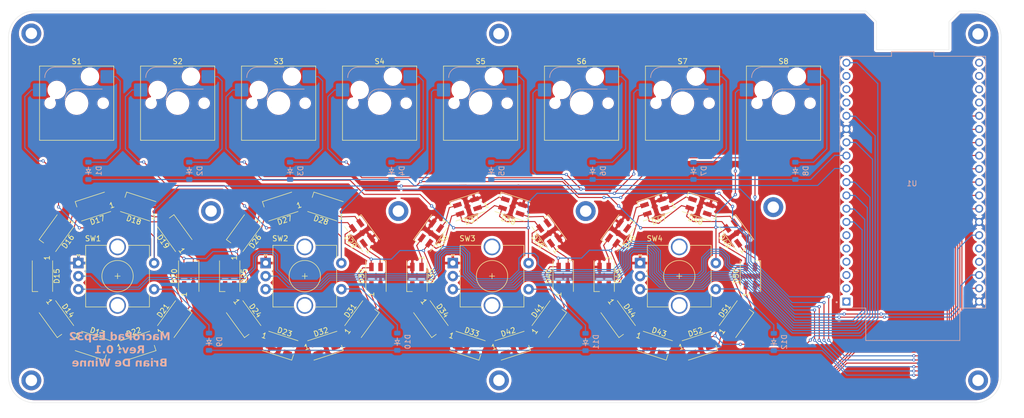
<source format=kicad_pcb>
(kicad_pcb (version 20240108) (generator "pcbnew") (generator_version "8.0")
  (layers (0 "F.Cu" signal) (31 "B.Cu" signal) (34 "B.Paste" user) (35 "F.Paste" user) (36 "B.SilkS" user "B.Silkscreen") (37 "F.SilkS" user "F.Silkscreen") (38 "B.Mask" user) (39 "F.Mask" user) (44 "Edge.Cuts" user))
  (net 0 "")
  (net 1 "ROW 0")
  (net 2 "Net-(D1-A)")
  (net 3 "Net-(D2-A)")
  (net 4 "Net-(D3-A)")
  (net 5 "Net-(D4-A)")
  (net 6 "ROW 1")
  (net 7 "Net-(D5-A)")
  (net 8 "Net-(D6-A)")
  (net 9 "Net-(D7-A)")
  (net 10 "COLOMN 0")
  (net 11 "COLOMN 1")
  (net 12 "COLOMN 2")
  (net 13 "COLOMN 3")
  (net 22 "unconnected-(U1-IO35-Pad6)")
  (net 28 "Net-(D8-A)")
  (net 29 "Net-(D9-A)")
  (net 30 "ROW 2")
  (net 31 "Net-(D10-A)")
  (net 32 "Net-(D11-A)")
  (net 33 "Net-(D12-A)")
  (net 34 "NEO 0")
  (net 35 "GND")
  (net 36 "Net-(D13-DOUT)")
  (net 37 "5V")
  (net 38 "Net-(D14-DOUT)")
  (net 39 "Net-(D15-DOUT)")
  (net 40 "Net-(D16-DOUT)")
  (net 41 "Net-(D17-DOUT)")
  (net 42 "Net-(D18-DOUT)")
  (net 43 "Net-(D19-DOUT)")
  (net 44 "Net-(D20-DOUT)")
  (net 45 "Net-(D21-DOUT)")
  (net 47 "NEO 1")
  (net 48 "Net-(D23-DOUT)")
  (net 49 "Net-(D24-DOUT)")
  (net 50 "Net-(D25-DOUT)")
  (net 51 "Net-(D26-DOUT)")
  (net 52 "Net-(D27-DOUT)")
  (net 53 "Net-(D28-DOUT)")
  (net 54 "Net-(D29-DOUT)")
  (net 55 "Net-(D30-DOUT)")
  (net 56 "Net-(D31-DOUT)")
  (net 58 "NEO 2")
  (net 59 "Net-(D33-DOUT)")
  (net 60 "Net-(D34-DOUT)")
  (net 61 "Net-(D35-DOUT)")
  (net 62 "Net-(D36-DOUT)")
  (net 63 "Net-(D37-DOUT)")
  (net 64 "Net-(D38-DOUT)")
  (net 65 "Net-(D39-DOUT)")
  (net 66 "Net-(D40-DOUT)")
  (net 67 "Net-(D41-DOUT)")
  (net 69 "Net-(D43-DOUT)")
  (net 70 "NEO 3")
  (net 71 "Net-(D44-DOUT)")
  (net 72 "Net-(D45-DOUT)")
  (net 73 "Net-(D46-DOUT)")
  (net 74 "Net-(D47-DOUT)")
  (net 75 "Net-(D48-DOUT)")
  (net 76 "Net-(D49-DOUT)")
  (net 77 "Net-(D50-DOUT)")
  (net 78 "Net-(D51-DOUT)")
  (net 80 "ENCODER 0 C")
  (net 81 "ENCODER 0 B")
  (net 82 "ENCODER 1 C")
  (net 83 "ENCODER 1 B")
  (net 84 "ENCODER 2 B")
  (net 85 "ENCODER 2 C")
  (net 86 "ENCODER 3 B")
  (net 87 "ENCODER 3 C")
  (net 88 "3.3V")
  (footprint "Rotary_Encoder:RotaryEncoder_Alps_EC11E-Switch_Vertical_H20mm_CircularMountingHoles" (layer "F.Cu") (at 35 90.35)
    (property "Reference" "SW1")
    (property "Value" "RotaryEncoder_Switch")
  )
  (footprint "LED_SMD:LED_SK6812MINI_PLCC4_3.5x3.5mm_P1.75mm" (layer "F.Cu") (at 82.286435 79.535225 162)
    (property "Reference" "D28")
    (property "Value" "SK6812MINI")
  )
  (footprint "LED_SMD:LED_SK6812MINI_PLCC4_3.5x3.5mm_P1.75mm" (layer "F.Cu") (at 66.63394 84.621056 -126)
    (property "Reference" "D26")
    (property "Value" "SK6812MINI")
  )
  (footprint "LED_SMD:LED_SK6812MINI_PLCC4_3.5x3.5mm_P1.75mm" (layer "F.Cu") (at 125.121532 84.621039 126)
    (property "Reference" "D39")
    (property "Value" "SK6812MINI")
  )
  (footprint "ScottoKeebs_Hotswap:Hotswap_MX_1.00u" (layer "F.Cu") (at 169.96 59.75)
    (property "Reference" "S8")
    (property "Value" "Keyswitch")
  )
  (footprint "MountingHole:MountingHole_2.2mm_M2_DIN965_Pad_TopBottom" (layer "F.Cu") (at 132.1 80.4)
    (property "Reference" "REF**" (hide yes))
    (property "Value" "MountingHole_2.2mm_M2_DIN965_Pad_TopBottom" (hide yes))
  )
  (footprint "LED_SMD:LED_SK6812MINI_PLCC4_3.5x3.5mm_P1.75mm" (layer "F.Cu") (at 163.630497 92.850039 90)
    (property "Reference" "D50")
    (property "Value" "SK6812MINI")
  )
  (footprint "MountingHole:MountingHole_2.2mm_M2_DIN965_Pad_TopBottom" (layer "F.Cu") (at 26 112.8)
    (property "Reference" "REF**" (hide yes))
    (property "Value" "MountingHole_2.2mm_M2_DIN965_Pad_TopBottom" (hide yes))
  )
  (footprint "LED_SMD:LED_SK6812MINI_PLCC4_3.5x3.5mm_P1.75mm" (layer "F.Cu") (at 73.633942 79.535259 -162)
    (property "Reference" "D27")
    (property "Value" "SK6812MINI")
  )
  (footprint "LED_SMD:LED_SK6812MINI_PLCC4_3.5x3.5mm_P1.75mm" (layer "F.Cu") (at 56.124997 92.850025 90)
    (property "Reference" "D20")
    (property "Value" "SK6812MINI")
  )
  (footprint "LED_SMD:LED_SK6812MINI_PLCC4_3.5x3.5mm_P1.75mm" (layer "F.Cu") (at 66.633965 101.078971 -54)
    (property "Reference" "D24")
    (property "Value" "SK6812MINI")
  )
  (footprint "MountingHole:MountingHole_2.2mm_M2_DIN965_Pad_TopBottom" (layer "F.Cu") (at 115.5 46.45)
    (property "Reference" "REF**" (hide yes))
    (property "Value" "MountingHole_2.2mm_M2_DIN965_Pad_TopBottom" (hide yes))
  )
  (footprint "ScottoKeebs_Hotswap:Hotswap_MX_1.00u" (layer "F.Cu") (at 34.67 59.75)
    (property "Reference" "S1")
    (property "Value" "Keyswitch")
  )
  (footprint "LED_SMD:LED_SK6812MINI_PLCC4_3.5x3.5mm_P1.75mm" (layer "F.Cu") (at 138.304242 84.62104 -126)
    (property "Reference" "D46")
    (property "Value" "SK6812MINI")
  )
  (footprint "LED_SMD:LED_SK6812MINI_PLCC4_3.5x3.5mm_P1.75mm" (layer "F.Cu") (at 125.121558 101.078954 54)
    (property "Reference" "D41")
    (property "Value" "SK6812MINI")
  )
  (footprint "ScottoKeebs_Hotswap:Hotswap_MX_1.00u" (layer "F.Cu") (at 53.9971 59.75)
    (property "Reference" "S2")
    (property "Value" "Keyswitch")
  )
  (footprint "LED_SMD:LED_SK6812MINI_PLCC4_3.5x3.5mm_P1.75mm" (layer "F.Cu") (at 37.798744 79.535229 -162)
    (property "Reference" "D17")
    (property "Value" "SK6812MINI")
  )
  (footprint "LED_SMD:LED_SK6812MINI_PLCC4_3.5x3.5mm_P1.75mm" (layer "F.Cu") (at 102.469042 84.621034 -126)
    (property "Reference" "D36")
    (property "Value" "SK6812MINI")
  )
  (footprint "LED_SMD:LED_SK6812MINI_PLCC4_3.5x3.5mm_P1.75mm" (layer "F.Cu") (at 118.121538 79.535203 162)
    (property "Reference" "D38")
    (property "Value" "SK6812MINI")
  )
  (footprint "ScottoKeebs_Hotswap:Hotswap_MX_1.00u" (layer "F.Cu") (at 73.3243 59.75)
    (property "Reference" "S3")
    (property "Value" "Keyswitch")
  )
  (footprint "ScottoKeebs_Hotswap:Hotswap_MX_1.00u" (layer "F.Cu") (at 131.3057 59.75)
    (property "Reference" "S6")
    (property "Value" "Keyswitch")
  )
  (footprint "LED_SMD:LED_SK6812MINI_PLCC4_3.5x3.5mm_P1.75mm" (layer "F.Cu") (at 145.304262 106.164792 -18)
    (property "Reference" "D43")
    (property "Value" "SK6812MINI")
  )
  (footprint "LED_SMD:LED_SK6812MINI_PLCC4_3.5x3.5mm_P1.75mm" (layer "F.Cu") (at 138.304268 101.078956 -54)
    (property "Reference" "D44")
    (property "Value" "SK6812MINI")
  )
  (footprint "MountingHole:MountingHole_2.2mm_M2_DIN965_Pad_TopBottom" (layer "F.Cu") (at 168 79.65)
    (property "Reference" "REF**" (hide yes))
    (property "Value" "MountingHole_2.2mm_M2_DIN965_Pad_TopBottom" (hide yes))
  )
  (footprint "LED_SMD:LED_SK6812MINI_PLCC4_3.5x3.5mm_P1.75mm" (layer "F.Cu") (at 109.469044 79.535237 -162)
    (property "Reference" "D37")
    (property "Value" "SK6812MINI")
  )
  (footprint "LED_SMD:LED_SK6812MINI_PLCC4_3.5x3.5mm_P1.75mm" (layer "F.Cu") (at 82.286358 106.164742 18)
    (property "Reference" "D32")
    (property "Value" "SK6812MINI")
  )
  (footprint "LED_SMD:LED_SK6812MINI_PLCC4_3.5x3.5mm_P1.75mm" (layer "F.Cu") (at 28.125003 92.849948 -90)
    (property "Reference" "D15")
    (property "Value" "SK6812MINI")
  )
  (footprint "LED_SMD:LED_SK6812MINI_PLCC4_3.5x3.5mm_P1.75mm" (layer "F.Cu") (at 153.956756 106.164757 18)
    (property "Reference" "D52")
    (property "Value" "SK6812MINI")
  )
  (footprint "LED_SMD:LED_SK6812MINI_PLCC4_3.5x3.5mm_P1.75mm" (layer "F.Cu") (at 46.451256 106.164743 18)
    (property "Reference" "D22")
    (property "Value" "SK6812MINI")
  )
  (footprint "ScottoKeebs_Hotswap:Hotswap_MX_1.00u" (layer "F.Cu") (at 150.6329 59.75)
    (property "Reference" "S7")
    (property "Value" "Keyswitch")
  )
  (footprint "LED_SMD:LED_SK6812MINI_PLCC4_3.5x3.5mm_P1.75mm" (layer "F.Cu") (at 91.960099 92.850024 90)
    (property "Reference" "D30")
    (property "Value" "SK6812MINI")
  )
  (footprint "LED_SMD:LED_SK6812MINI_PLCC4_3.5x3.5mm_P1.75mm" (layer "F.Cu") (at 160.956732 84.621045 126)
    (property "Reference" "D49")
    (property "Value" "SK6812MINI")
  )
  (footprint "LED_SMD:LED_SK6812MINI_PLCC4_3.5x3.5mm_P1.75mm" (layer "F.Cu") (at 63.960201 92.849977 -90)
    (property "Reference" "D25")
    (property "Value" "SK6812MINI")
  )
  (footprint "MountingHole:MountingHole_2.2mm_M2_DIN965_Pad_TopBottom" (layer "F.Cu") (at 207.2 112.8)
    (property "Reference" "REF**" (hide yes))
    (property "Value" "MountingHole_2.2mm_M2_DIN965_Pad_TopBottom" (hide yes))
  )
  (footprint "LED_SMD:LED_SK6812MINI_PLCC4_3.5x3.5mm_P1.75mm" (layer "F.Cu") (at 127.795297 92.850033 90)
    (property "Reference" "D40")
    (property "Value" "SK6812MINI")
  )
  (footprint "LED_SMD:LED_SK6812MINI_PLCC4_3.5x3.5mm_P1.75mm" (layer "F.Cu") (at 30.798768 101.078942 -54)
    (property "Reference" "D14")
    (property "Value" "SK6812MINI")
  )
  (footprint "Rotary_Encoder:RotaryEncoder_Alps_EC11E-Switch_Vertical_H20mm_CircularMountingHoles" (layer "F.Cu") (at 70.8352 90.35)
    (property "Reference" "SW2")
    (property "Value" "RotaryEncoder_Switch")
  )
  (footprint "LED_SMD:LED_SK6812MINI_PLCC4_3.5x3.5mm_P1.75mm" (layer "F.Cu") (at 102.469068 101.07895 -54)
    (property "Reference" "D34")
    (property "Value" "SK6812MINI")
  )
  (footprint "MountingHole:MountingHole_2.2mm_M2_DIN965_Pad_TopBottom" (layer "F.Cu") (at 207.2 46.5)
    (property "Reference" "REF**" (hide yes))
    (property "Value" "MountingHole_2.2mm_M2_DIN965_Pad_TopBottom" (hide yes))
  )
  (footprint "LED_SMD:LED_SK6812MINI_PLCC4_3.5x3.5mm_P1.75mm" (layer "F.Cu") (at 109.469062 106.164786 -18)
    (property "Reference" "D33")
    (property "Value" "SK6812MINI")
  )
  (footprint "LED_SMD:LED_SK6812MINI_PLCC4_3.5x3.5mm_P1.75mm" (layer "F.Cu") (at 99.795303 92.849956 -90)
    (property "Reference" "D35")
    (property "Value" "SK6812MINI")
  )
  (footprint "Rotary_Encoder:RotaryEncoder_Alps_EC11E-Switch_Vertical_H20mm_CircularMountingHoles" (layer "F.Cu") (at 106.6703 90.349994)
    (property "Reference" "SW3")
    (property "Value" "RotaryEncoder_Switch")
  )
  (footprint "LED_SMD:LED_SK6812MINI_PLCC4_3.5x3.5mm_P1.75mm" (layer "F.Cu") (at 160.956758 101.07896 54)
    (property "Reference" "D51")
    (property "Value" "SK6812MINI")
  )
  (footprint "LED_SMD:LED_SK6812MINI_PLCC4_3.5x3.5mm_P1.75mm" (layer "F.Cu") (at 153.956738 79.535209 162)
    (property "Reference" "D48")
    (property "Value" "SK6812MINI")
  )
  (footprint "MountingHole:MountingHole_2.2mm_M2_DIN965_Pad_TopBottom" (layer "F.Cu") (at 26 46.4)
    (property "Reference" "REF**" (hide yes))
    (property "Value" "MountingHole_2.2mm_M2_DIN965_Pad_TopBottom" (hide yes))
  )
  (footprint "LED_SMD:LED_SK6812MINI_PLCC4_3.5x3.5mm_P1.75mm" (layer "F.Cu") (at 135.630503 92.849962 -90)
    (property "Reference" "D45")
    (property "Value" "SK6812MINI")
  )
  (footprint "MountingHole:MountingHole_2.2mm_M2_DIN965_Pad_TopBottom" (layer "F.Cu") (at 96.25 80.4)
    (property "Reference" "REF**" (hide yes))
    (property "Value" "MountingHole_2.2mm_M2_DIN965_Pad_TopBottom" (hide yes))
  )
  (footprint "ScottoKeebs_Hotswap:Hotswap_MX_1.00u" (layer "F.Cu") (at 111.9786 59.75)
    (property "Reference" "S5")
    (property "Value" "Keyswitch")
  )
  (footprint "LED_SMD:LED_SK6812MINI_PLCC4_3.5x3.5mm_P1.75mm" (layer "F.Cu") (at 73.63396 106.164807 -18)
    (property "Reference" "D23")
    (property "Value" "SK6812MINI")
  )
  (footprint "MountingHole:MountingHole_2.2mm_M2_DIN965_Pad_TopBottom" (layer "F.Cu") (at 115.5 112.8)
    (property "Reference" "REF**" (hide yes))
    (property "Value" "MountingHole_2.2mm_M2_DIN965_Pad_TopBottom" (hide yes))
  )
  (footprint "LED_SMD:LED_SK6812MINI_PLCC4_3.5x3.5mm_P1.75mm" (layer "F.Cu") (at 89.28636 101.078945 54)
    (property "Reference" "D31")
    (property "Value" "SK6812MINI")
  )
  (footprint "LED_SMD:LED_SK6812MINI_PLCC4_3.5x3.5mm_P1.75mm" (layer "F.Cu") (at 53.451232 84.621031 126)
    (property "Reference" "D19")
    (property "Value" "SK6812MINI")
  )
  (footprint "LED_SMD:LED_SK6812MINI_PLCC4_3.5x3.5mm_P1.75mm" (layer "F.Cu") (at 145.304244 79.535243 -162)
    (property "Reference" "D47")
    (property "Value" "SK6812MINI")
  )
  (footprint "LED_SMD:LED_SK6812MINI_PLCC4_3.5x3.5mm_P1.75mm" (layer "F.Cu") (at 30.798742 84.621026 -126)
    (property "Reference" "D16")
    (property "Value" "SK6812MINI")
  )
  (footprint "Rotary_Encoder:RotaryEncoder_Alps_EC11E-Switch_Vertical_H20mm_CircularMountingHoles" (layer "F.Cu") (at 142.5055 90.35)
    (property "Reference" "SW4")
    (property "Value" "RotaryEncoder_Switch")
  )
  (footprint "ScottoKeebs_Hotswap:Hotswap_MX_1.00u" (layer "F.Cu") (at 92.6514 59.75)
    (property "Reference" "S4")
    (property "Value" "Keyswitch")
  )
  (footprint "LED_SMD:LED_SK6812MINI_PLCC4_3.5x3.5mm_P1.75mm" (layer "F.Cu") (at 118.121556 106.164751 18)
    (property "Reference" "D42")
    (property "Value" "SK6812MINI")
  )
  (footprint "LED_SMD:LED_SK6812MINI_PLCC4_3.5x3.5mm_P1.75mm" (layer "F.Cu") (at 46.451238 79.535195 162)
    (property "Reference" "D18")
    (property "Value" "SK6812MINI")
  )
  (footprint "LED_SMD:LED_SK6812MINI_PLCC4_3.5x3.5mm_P1.75mm" (layer "F.Cu") (at 53.451258 101.078946 54)
    (property "Reference" "D21")
    (property "Value" "SK6812MINI")
  )
  (footprint "LED_SMD:LED_SK6812MINI_PLCC4_3.5x3.5mm_P1.75mm" (layer "F.Cu") (at 89.286335 84.621029 126)
    (property "Reference" "D29")
    (property "Value" "SK6812MINI")
  )
  (footprint "LED_SMD:LED_SK6812MINI_PLCC4_3.5x3.5mm_P1.75mm" (layer "F.Cu") (at 37.798762 106.164778 -18)
    (property "Reference" "D13")
    (property "Value" "SK6812MINI")
  )
  (footprint "MountingHole:MountingHole_2.2mm_M2_DIN965_Pad_TopBottom" (layer "F.Cu") (at 60.4 80.4)
    (property "Reference" "REF**" (hide yes))
    (property "Value" "MountingHole_2.2mm_M2_DIN965_Pad_TopBottom" (hide yes))
  )
  (footprint "ScottoKeebs_Components:Diode_SOD-123" (layer "B.Cu") (at 75.525 72.7 90)
    (property "Reference" "D3")
    (property "Value" "Diode")
  )
  (footprint "ScottoKeebs_Components:Diode_SOD-123" (layer "B.Cu") (at 172.225 72.7 90)
    (property "Reference" "D8")
    (property "Value" "Diode")
  )
  (footprint "ScottoKeebs_Components:Diode_SOD-123" (layer "B.Cu") (at 94.925 72.7 90)
    (property "Reference" "D4")
    (property "Value" "Diode")
  )
  (footprint "ScottoKeebs_Components:Diode_SOD-123" (layer "B.Cu") (at 60 105.4 90)
    (property "Reference" "D9")
    (property "Value" "Diode")
  )
  (footprint "ScottoKeebs_Components:Diode_SOD-123" (layer "B.Cu") (at 152.725 72.7 90)
    (property "Reference" "D7")
    (property "Value" "Diode")
  )
  (footprint "ScottoKeebs_Components:Diode_SOD-123" (layer "B.Cu") (at 133.425 72.7 90)
    (property "Reference" "D6")
    (property "Value" "Diode")
  )
  (footprint "ScottoKeebs_Components:Diode_SOD-123" (layer "B.Cu") (at 132.066666 105.45 90)
    (property "Reference" "D11")
    (property "Value" "Diode")
  )
  (footprint "ScottoKeebs_Components:Diode_SOD-123" (layer "B.Cu") (at 56.225 72.7 90)
    (property "Reference" "D2")
    (property "Value" "Diode")
  )
  (footprint "ESP32-DEVKITC:MODULE_ESP32-DEVKITC" (layer "B.Cu") (at 194.7 74.87)
    (property "Reference" "U1")
    (property "Value" "ESP32-DEVKITC")
  )
  (footprint "ScottoKeebs_Components:Diode_SOD-123" (layer "B.Cu") (at 36.925 72.7 90)
    (property "Reference" "D1")
    (property "Value" "Diode")
  )
  (footprint "ScottoKeebs_Components:Diode_SOD-123" (layer "B.Cu") (at 168.1 105.45 90)
    (property "Reference" "D12")
    (property "Value" "Diode")
  )
  (footprint "ScottoKeebs_Components:Diode_SOD-123" (layer "B.Cu") (at 114.025 72.7 90)
    (property "Reference" "D5")
    (property "Value" "Diode")
  )
  (footprint "ScottoKeebs_Components:Diode_SOD-123" (layer "B.Cu") (at 96.033333 105.4 90)
    (property "Reference" "D10")
    (property "Value" "Diode")
  )
  (gr_arc (start 211.624022 112.0925) (mid 210.159556 115.628034) (end 206.624022 117.0925) (stroke (width 0.05)) (layer "Edge.Cuts"))
  (gr_arc (start 206.624022 42.0925) (mid 210.159556 43.556966) (end 211.624022 47.0925) (stroke (width 0.05)) (layer "Edge.Cuts"))
  (gr_arc (start 21.624022 47.0925) (mid 23.088488 43.556967) (end 26.624022 42.0925) (stroke (width 0.05)) (layer "Edge.Cuts"))
  (gr_line (start 201.624 47.092478) (end 201.624597 44.125) (stroke (width 0.05)) (layer "Edge.Cuts"))
  (gr_line (start 187.760022 49.503761) (end 187.760022 47.1) (stroke (width 0.05)) (layer "Edge.Cuts"))
  (gr_line (start 187.760022 47.1) (end 187.754009 44.099996) (stroke (width 0.05)) (layer "Edge.Cuts"))
  (gr_line (start 206.624022 42.0925) (end 203.624958 42.111998) (stroke (width 0.05)) (layer "Edge.Cuts"))
  (gr_line (start 182.760022 42.1) (end 26.624022 42.0925) (stroke (width 0.05)) (layer "Edge.Cuts"))
  (gr_line (start 201.624597 44.125) (end 203.624958 42.111998) (stroke (width 0.05)) (layer "Edge.Cuts"))
  (gr_line (start 211.624022 47.0925) (end 211.624022 112.0925) (stroke (width 0.05)) (layer "Edge.Cuts"))
  (gr_line (start 187.760022 49.503761) (end 201.624 49.496239) (stroke (width 0.05)) (layer "Edge.Cuts"))
  (gr_arc (start 26.624022 117.0925) (mid 23.088487 115.628035) (end 21.624022 112.0925) (stroke (width 0.05)) (layer "Edge.Cuts"))
  (gr_line (start 206.624022 117.0925) (end 26.624022 117.0925) (stroke (width 0.05)) (layer "Edge.Cuts"))
  (gr_line (start 21.624022 112.0925) (end 21.624022 47.0925) (stroke (width 0.05)) (layer "Edge.Cuts"))
  (gr_line (start 201.624 47.092478) (end 201.624 49.496239) (stroke (width 0.05)) (layer "Edge.Cuts"))
  (gr_line (start 182.760022 42.1) (end 185.75 42.1) (stroke (width 0.05)) (layer "Edge.Cuts"))
  (gr_line (start 187.754009 44.099996) (end 185.75 42.1) (stroke (width 0.05)) (layer "Edge.Cuts"))
  (gr_text "MacroPad Esp32\nRev: 0.1\nBrian De Winne" (at 42.9 110.4 0) (layer "B.SilkS") (effects (font (size 1.5 1.5) (thickness 0.3) (bold yes)) (justify bottom mirror)))
  (segment (start 94.925 74.35) (end 98.1 74.35) (width 0.2) (layer "B.Cu") (net 1))
  (segment (start 99.25 75.5) (end 176.5 75.5) (width 0.2) (layer "B.Cu") (net 1))
  (segment (start 98.1 74.35) (end 99.25 75.5) (width 0.2) (layer "B.Cu") (net 1))
  (segment (start 56.225 74.35) (end 75.525 74.35) (width 0.2) (layer "B.Cu") (net 1))
  (segment (start 36.925 74.35) (end 56.225 74.35) (width 0.2) (layer "B.Cu") (net 1))
  (segment (start 176.5 75.5) (end 179.75 72.25) (width 0.2) (layer "B.Cu") (net 1))
  (segment (start 181.93 72.25) (end 182 72.32) (width 0.2) (layer "B.Cu") (net 1))
  (segment (start 179.75 72.25) (end 181.93 72.25) (width 0.2) (layer "B.Cu") (net 1))
  (segment (start 75.525 74.35) (end 94.925 74.35) (width 0.2) (layer "B.Cu") (net 1))
  (segment (start 40.512 54.67) (end 42.17 54.67) (width 0.2) (layer "B.Cu") (net 2))
  (segment (start 40.45 71.05) (end 43 68.5) (width 0.2) (layer "B.Cu") (net 2))
  (segment (start 36.925 71.05) (end 40.45 71.05) (width 0.2) (layer "B.Cu") (net 2))
  (segment (start 42.17 54.67) (end 43 55.5) (width 0.2) (layer "B.Cu") (net 2))
  (segment (start 43 55.5) (end 43 68.5) (width 0.2) (layer "B.Cu") (net 2))
  (segment (start 60.012 54.67) (end 61.67 54.67) (width 0.2) (layer "B.Cu") (net 3))
  (segment (start 61.67 54.67) (end 62.5 55.5) (width 0.2) (layer "B.Cu") (net 3))
  (segment (start 56.425 71.05) (end 59.95 71.05) (width 0.2) (layer "B.Cu") (net 3))
  (segment (start 59.95 71.05) (end 62.5 68.5) (width 0.2) (layer "B.Cu") (net 3))
  (segment (start 62.5 55.5) (end 62.5 68.5) (width 0.2) (layer "B.Cu") (net 3))
  (segment (start 79.262 54.67) (end 80.92 54.67) (width 0.2) (layer "B.Cu") (net 4))
  (segment (start 80.92 54.67) (end 81.75 55.5) (width 0.2) (layer "B.Cu") (net 4))
  (segment (start 79.2 71.05) (end 81.75 68.5) (width 0.2) (layer "B.Cu") (net 4))
  (segment (start 81.75 55.5) (end 81.75 68.5) (width 0.2) (layer "B.Cu") (net 4))
  (segment (start 75.675 71.05) (end 79.2 71.05) (width 0.2) (layer "B.Cu") (net 4))
  (segment (start 100.17 54.67) (end 101 55.5) (width 0.2) (layer "B.Cu") (net 5))
  (segment (start 94.925 71.05) (end 98.45 71.05) (width 0.2) (layer "B.Cu") (net 5))
  (segment (start 101 55.5) (end 101 68.5) (width 0.2) (layer "B.Cu") (net 5))
  (segment (start 98.45 71.05) (end 101 68.5) (width 0.2) (layer "B.Cu") (net 5))
  (segment (start 98.512 54.67) (end 100.17 54.67) (width 0.2) (layer "B.Cu") (net 5))
  (segment (start 133.425 74.35) (end 152.725 74.35) (width 0.2) (layer "B.Cu") (net 6))
  (segment (start 179.75 69.75) (end 181.97 69.75) (width 0.2) (layer "B.Cu") (net 6))
  (segment (start 172.225 74.35) (end 175.15 74.35) (width 0.2) (layer "B.Cu") (net 6))
  (segment (start 152.725 74.35) (end 172.225 74.35) (width 0.2) (layer "B.Cu") (net 6))
  (segment (start 114.025 74.35) (end 133.425 74.35) (width 0.2) (layer "B.Cu") (net 6))
  (segment (start 175.15 74.35) (end 179.75 69.75) (width 0.2) (layer "B.Cu") (net 6))
  (segment (start 181.97 69.75) (end 182 69.78) (width 0.2) (layer "B.Cu") (net 6))
  (segment (start 114.175 71.05) (end 117.7 71.05) (width 0.2) (layer "B.Cu") (net 7))
  (segment (start 117.7 71.05) (end 120.25 68.5) (width 0.2) (layer "B.Cu") (net 7))
  (segment (start 117.762 54.67) (end 119.42 54.67) (width 0.2) (layer "B.Cu") (net 7))
  (segment (start 120.25 55.5) (end 120.25 68.5) (width 0.2) (layer "B.Cu") (net 7))
  (segment (start 119.42 54.67) (end 120.25 55.5) (width 0.2) (layer "B.Cu") (net 7))
  (segment (start 137.2 71.05) (end 139.75 68.5) (width 0.2) (layer "B.Cu") (net 8))
  (segment (start 139.75 55.5) (end 139.75 68.5) (width 0.2) (layer "B.Cu") (net 8))
  (segment (start 138.92 54.67) (end 139.75 55.5) (width 0.2) (layer "B.Cu") (net 8))
  (segment (start 133.675 71.05) (end 137.2 71.05) (width 0.2) (layer "B.Cu") (net 8))
  (segment (start 137.262 54.67) (end 138.92 54.67) (width 0.2) (layer "B.Cu") (net 8))
  (segment (start 156.45 71.05) (end 159 68.5) (width 0.2) (layer "B.Cu") (net 9))
  (segment (start 152.925 71.05) (end 156.45 71.05) (width 0.2) (layer "B.Cu") (net 9))
  (segment (start 158.17 54.67) (end 159 55.5) (width 0.2) (layer "B.Cu") (net 9))
  (segment (start 159 55.5) (end 159 68.5) (width 0.2) (layer "B.Cu") (net 9))
  (segment (start 156.512 54.67) (end 158.17 54.67) (width 0.2) (layer "B.Cu") (net 9))
  (segment (start 202.5 73.26) (end 206 69.76) (width 0.2) (layer "F.Cu") (net 10))
  (segment (start 100.5 74.75) (end 99.65 75.6) (width 0.2) (layer "F.Cu") (net 10))
  (segment (start 138.8 77.8) (end 146.4 70.2) (width 0.2) (layer "F.Cu") (net 10))
  (segment (start 194.9 108.1) (end 198.997057 108.1) (width 0.2) (layer "F.Cu") (net 10))
  (segment (start 47.8 83.6) (end 49.5352 85.3352) (width 0.2) (layer "F.Cu") (net 10))
  (segment (start 164.5 72.7) (end 164.5 77.7) (width 0.2) (layer "F.Cu") (net 10))
  (segment (start 198.997057 108.1) (end 202.5 104.597057) (width 0.2) (layer "F.Cu") (net 10))
  (segment (start 49.5352 85.3352) (end 49.5352 90.35) (width 0.2) (layer "F.Cu") (net 10))
  (segment (start 100.5 74.75) (end 127.684314 74.75) (width 0.2) (layer "F.Cu") (net 10))
  (segment (start 28.25 70.8) (end 28.3 70.8) (width 0.2) (layer "F.Cu") (net 10))
  (segment (start 146.4 70.2) (end 162 70.2) (width 0.2) (layer "F.Cu") (net 10))
  (segment (start 162 70.2) (end 164.5 72.7) (width 0.2) (layer "F.Cu") (net 10))
  (segment (start 35.2 83.6) (end 47.8 83.6) (width 0.2) (layer "F.Cu") (net 10))
  (segment (start 127.684314 74.75) (end 130.734314 77.8) (width 0.2) (layer "F.Cu") (net 10))
  (segment (start 202.5 104.597057) (end 202.5 73.26) (width 0.2) (layer "F.Cu") (net 10))
  (segment (start 207.36 69.76) (end 205.99 69.76) (width 0.2) (layer "F.Cu") (net 10))
  (segment (start 99.65 75.6) (end 96.8 75.6) (width 0.2) (layer "F.Cu") (net 10))
  (segment (start 31.2 79.6) (end 31.2 73.7) (width 0.2) (layer "F.Cu") (net 10))
  (segment (start 178.6 96.8) (end 178.6 105.1) (width 0.2) (layer "F.Cu") (net 10))
  (segment (start 28.3 70.8) (end 31.15 73.65) (width 0.2) (layer "F.Cu") (net 10))
  (segment (start 130.734314 77.8) (end 135.6 77.8) (width 0.2) (layer "F.Cu") (net 10))
  (segment (start 31.2 73.7) (end 31.15 73.65) (width 0.2) (layer "F.Cu") (net 10))
  (via (at 96.8 75.6) (size 0.6) (drill 0.3) (layers "F.Cu" "B.Cu") (net 10))
  (via (at 35.2 83.6) (size 0.6) (drill 0.3) (layers "F.Cu" "B.Cu") (net 10))
  (via (at 138.8 77.8) (size 0.6) (drill 0.3) (layers "F.Cu" "B.Cu") (net 10))
  (via (at 31.2 79.6) (size 0.6) (drill 0.3) (layers "F.Cu" "B.Cu") (net 10))
  (via (at 178.6 96.8) (size 0.6) (drill 0.3) (layers "F.Cu" "B.Cu") (net 10))
  (via (at 178.6 105.1) (size 0.6) (drill 0.3) (layers "F.Cu" "B.Cu") (net 10))
  (via (at 135.6 77.8) (size 0.6) (drill 0.3) (layers "F.Cu" "B.Cu") (net 10))
  (via (at 194.9 108.1) (size 0.6) (drill 0.3) (layers "F.Cu" "B.Cu") (net 10))
  (via (at 164.5 77.7) (size 0.6) (drill 0.3) (layers "F.Cu" "B.Cu") (net 10))
  (via (at 100.5 74.75) (size 0.6) (drill 0.3) (layers "F.Cu" "B.Cu") (net 10))
  (via (at 28.25 70.8) (size 0.6) (drill 0.3) (layers "F.Cu" "B.Cu") (net 10))
  (segment (start 102.99 57.21) (end 102.6 57.6) (width 0.2) (layer "B.Cu") (net 10))
  (segment (start 102.6 72.65) (end 100.5 74.75) (width 0.2) (layer "B.Cu") (net 10))
  (segment (start 102.6 57.6) (end 102.6 72.65) (width 0.2) (layer "B.Cu") (net 10))
  (segment (start 27.25 70.8) (end 28.25 70.8) (width 0.2) (layer "B.Cu") (net 10))
  (segment (start 96.8 75.6) (end 54.2 75.6) (width 0.2) (layer "B.Cu") (net 10))
  (segment (start 178.6 105.1) (end 181.6 108.1) (width 0.2) (layer "B.Cu") (net 10))
  (segment (start 171.044116 96.8) (end 178.6 96.8) (width 0.2) (layer "B.Cu") (net 10))
  (segment (start 24.75 58.5) (end 24.75 68.25) (width 0.2) (layer "B.Cu") (net 10))
  (segment (start 26.04 57.21) (end 24.75 58.5) (width 0.2) (layer "B.Cu") (net 10))
  (segment (start 49.5 80.3) (end 49.5 90.35) (width 0.2) (layer "B.Cu") (net 10))
  (segment (start 164.5 90.255884) (end 171.044116 96.8) (width 0.2) (layer "B.Cu") (net 10))
  (segment (start 35.2 83.6) (end 31.2 79.6) (width 0.2) (layer "B.Cu") (net 10))
  (segment (start 104.8936 57.21) (end 102.99 57.21) (width 0.2) (layer "B.Cu") (net 10))
  (segment (start 24.75 68.3) (end 27.25 70.8) (width 0.2) (layer "B.Cu") (net 10))
  (segment (start 181.6 108.1) (end 194.9 108.1) (width 0.2) (layer "B.Cu") (net 10))
  (segment (start 135.6 77.8) (end 138.8 77.8) (width 0.2) (layer "B.Cu") (net 10))
  (segment (start 54.2 75.6) (end 49.5 80.3) (width 0.2) (layer "B.Cu") (net 10))
  (segment (start 164.5 77.7) (end 164.5 90.255884) (width 0.2) (layer "B.Cu") (net 10))
  (segment (start 27.585 57.21) (end 26.04 57.21) (width 0.2) (layer "B.Cu") (net 10))
  (segment (start 71 83.6) (end 83.6 83.6) (width 0.2) (layer "F.Cu") (net 11))
  (segment (start 128.4 73.4) (end 131.2 76.2) (width 0.2) (layer "F.Cu") (net 11))
  (segment (start 177.706373 105.093627) (end 177.706373 97.906373) (width 0.2) (layer "F.Cu") (net 11))
  (segment (start 47.5 71) (end 52 75.5) (width 0.2) (layer "F.Cu") (net 11))
  (segment (start 202.9 75.4) (end 202.9 104.762743) (width 0.2) (layer "F.Cu") (net 11))
  (segment (start 177.706373 97.906373) (end 177.7 97.9) (width 0.2) (layer "F.Cu") (net 11))
  (segment (start 202.9 104.762743) (end 198.762743 108.9) (width 0.2) (layer "F.Cu") (net 11))
  (segment (start 83.6 83.6) (end 85.3352 85.3352) (width 0.2) (layer "F.Cu") (net 11))
  (segment (start 85.3352 85.3352) (end 85.3352 90.35) (width 0.2) (layer "F.Cu") (net 11))
  (segment (start 52 75.5) (end 62.9 75.5) (width 0.2) (layer "F.Cu") (net 11))
  (segment (start 177.7 105.1) (end 177.706373 105.093627) (width 0.2) (layer "F.Cu") (net 11))
  (segment (start 62.9 75.5) (end 66.8 79.4) (width 0.2) (layer "F.Cu") (net 11))
  (segment (start 206 72.3) (end 202.9 75.4) (width 0.2) (layer "F.Cu") (net 11))
  (segment (start 207.37 72.3) (end 206 72.3) (width 0.2) (layer "F.Cu") (net 11))
  (segment (start 198.762743 108.9) (end 194.9 108.9) (width 0.2) (layer "F.Cu") (net 11))
  (via (at 71 83.6) (size 0.6) (drill 0.3) (layers "F.Cu" "B.Cu") (net 11))
  (via (at 66.8 79.4) (size 0.6) (drill 0.3) (layers "F.Cu" "B.Cu") (net 11))
  (via (at 131.2 76.2) (size 0.6) (drill 0.3) (layers "F.Cu" "B.Cu") (net 11))
  (via (at 194.9 108.9) (size 0.6) (drill 0.3) (layers "F.Cu" "B.Cu") (net 11))
  (via (at 177.7 105.1) (size 0.6) (drill 0.3) (layers "F.Cu" "B.Cu") (net 11))
  (via (at 47.5 71) (size 0.6) (drill 0.3) (layers "F.Cu" "B.Cu") (net 11))
  (via (at 128.4 73.4) (size 0.6) (drill 0.3) (layers "F.Cu" "B.Cu") (net 11))
  (via (at 177.7 97.9) (size 0.6) (drill 0.3) (layers "F.Cu" "B.Cu") (net 11))
  (segment (start 171.57843 97.9) (end 177.7 97.9) (width 0.2) (layer "B.Cu") (net 11))
  (segment (start 44 68.5) (end 46.5 71) (width 0.2) (layer "B.Cu") (net 11))
  (segment (start 66.8 79.4) (end 71 83.6) (width 0.2) (layer "B.Cu") (net 11))
  (segment (start 44 58.5) (end 44 68.5) (width 0.2) (layer "B.Cu") (net 11))
  (segment (start 122.6 73.4) (end 128.4 73.4) (width 0.2) (layer "B.Cu") (net 11))
  (segment (start 45.29 57.21) (end 44 58.5) (width 0.2) (layer "B.Cu") (net 11))
  (segment (start 163.7 90.02157) (end 171.57843 97.9) (width 0.2) (layer "B.Cu") (net 11))
  (segment (start 161.7 76.2) (end 163.7 78.2) (width 0.2) (layer "B.Cu") (net 11))
  (segment (start 46.9121 57.21) (end 45.29 57.21) (width 0.2) (layer "B.Cu") (net 11))
  (segment (start 181.412746 108.9) (end 194.9 108.9) (width 0.2) (layer "B.Cu") (net 11))
  (segment (start 89.6 76.2) (end 131 76.2) (width 0.2) (layer "B.Cu") (net 11))
  (segment (start 124.2207 57.21) (end 122.59 57.21) (width 0.2) (layer "B.Cu") (net 11))
  (segment (start 177.7 105.187254) (end 181.412746 108.9) (width 0.2) (layer "B.Cu") (net 11))
  (segment (start 122 72.8) (end 122.6 73.4) (width 0.2) (layer "B.Cu") (net 11))
  (segment (start 131.2 76.2) (end 161.7 76.2) (width 0.2) (layer "B.Cu") (net 11))
  (segment (start 85.3352 80.4648) (end 89.6 76.2) (width 0.2) (layer "B.Cu") (net 11))
  (segment (start 163.7 78.2) (end 163.7 90.02157) (width 0.2) (layer "B.Cu") (net 11))
  (segment (start 122.59 57.21) (end 122 57.8) (width 0.2) (layer "B.Cu") (net 11))
  (segment (start 85.3352 90.35) (end 85.3352 80.4648) (width 0.2) (layer "B.Cu") (net 11))
  (segment (start 46.5 71) (end 47.5 71) (width 0.2) (layer "B.Cu") (net 11))
  (segment (start 122 57.8) (end 122 72.8) (width 0.2) (layer "B.Cu") (net 11))
  (segment (start 177.7 105.1) (end 177.7 105.187254) (width 0.2) (layer "B.Cu") (net 11))
  (segment (start 87 74.5) (end 89.7 77.2) (width 0.2) (layer "F.Cu") (net 12))
  (segment (start 160.1 79.5) (end 160.2 79.5) (width 0.2) (layer "F.Cu") (net 12))
  (segment (start 203.7 105.094115) (end 198.594121 110.199994) (width 0.2) (layer "F.Cu") (net 12))
  (segment (start 70.25 74.5) (end 87 74.5) (width 0.2) (layer "F.Cu") (net 12))
  (segment (start 89.7 77.2) (end 100.4 77.2) (width 0.2) (layer "F.Cu") (net 12))
  (segment (start 121.1352 90.35) (end 121.1352 83.6352) (width 0.2) (layer "F.Cu") (net 12))
  (segment (start 106.8 83.6) (end 121.1 83.6) (width 0.2) (layer "F.Cu") (net 12))
  (segment (start 198.594121 110.199994) (end 194.9 110.199994) (width 0.2) (layer "F.Cu") (net 12))
  (segment (start 102.6 79.4) (end 100.4 77.2) (width 0.2) (layer "F.Cu") (net 12))
  (segment (start 141.3 73.3) (end 137.6 77) (width 0.2) (layer "F.Cu") (net 12))
  (segment (start 66.75 71) (end 70.25 74.5) (width 0.2) (layer "F.Cu") (net 12))
  (segment (start 203.7 79.7) (end 203.7 105.094115) (width 0.2) (layer "F.Cu") (net 12))
  (segment (start 176.782108 105.117892) (end 176.8 105.1) (width 0.2) (layer "F.Cu") (net 12))
  (segment (start 207.37 77.4) (end 206 77.4) (width 0.2) (layer "F.Cu") (net 12))
  (segment (start 157.6 77) (end 160.1 79.5) (width 0.2) (layer "F.Cu") (net 12))
  (segment (start 121.1352 83.6352) (end 121.1 83.6) (width 0.2) (layer "F.Cu") (net 12))
  (segment (start 176.8 105.1) (end 176.8 98.7) (width 0.2) (layer "F.Cu") (net 12))
  (segment (start 206 77.4) (end 203.7 79.7) (width 0.2) (layer "F.Cu") (net 12))
  (via (at 141.3 73.3) (size 0.6) (drill 0.3) (layers "F.Cu" "B.Cu") (net 12))
  (via (at 66.75 71) (size 0.6) (drill 0.3) (layers "F.Cu" "B.Cu") (net 12))
  (via (at 160.2 79.5) (size 0.6) (drill 0.3) (layers "F.Cu" "B.Cu") (net 12))
  (via (at 176.782108 105.117892) (size 0.6) (drill 0.3) (layers "F.Cu" "B.Cu") (net 12))
  (via (at 157.6 77) (size 0.6) (drill 0.3) (layers "F.Cu" "B.Cu") (net 12))
  (via (at 137.6 77) (size 0.6) (drill 0.3) (layers "F.Cu" "B.Cu") (net 12))
  (via (at 176.8 98.7) (size 0.6) (drill 0.3) (layers "F.Cu" "B.Cu") (net 12))
  (via (at 121.1 83.6) (size 0.6) (drill 0.3) (layers "F.Cu" "B.Cu") (net 12))
  (via (at 106.8 83.6) (size 0.6) (drill 0.3) (layers "F.Cu" "B.Cu") (net 12))
  (via (at 194.9 110.199994) (size 0.6) (drill 0.3) (layers "F.Cu" "B.Cu") (net 12))
  (via (at 102.6 79.4) (size 0.6) (drill 0.3) (layers "F.Cu" "B.Cu") (net 12))
  (segment (start 65.75 71) (end 66.75 71) (width 0.2) (layer "B.Cu") (net 12))
  (segment (start 64.54 57.21) (end 63.25 58.5) (width 0.2) (layer "B.Cu") (net 12))
  (segment (start 163.3 90.187256) (end 163.3 85.134315) (width 0.2) (layer "B.Cu") (net 12))
  (segment (start 121.1703 78.6297) (end 121.1 78.7) (width 0.2) (layer "B.Cu") (net 12))
  (segment (start 176.782108 105.117892) (end 181.86421 110.199994) (width 0.2) (layer "B.Cu") (net 12))
  (segment (start 160.2 82.034314) (end 160.2 79.5) (width 0.2) (layer "B.Cu") (net 12))
  (segment (start 63.25 58.5) (end 63.25 68.5) (width 0.2) (layer "B.Cu") (net 12))
  (segment (start 176.8 98.7) (end 171.812744 98.7) (width 0.2) (layer "B.Cu") (net 12))
  (segment (start 102.6 79.4) (end 106.8 83.6) (width 0.2) (layer "B.Cu") (net 12))
  (segment (start 143.5479 57.21) (end 141.89 57.21) (width 0.2) (layer "B.Cu") (net 12))
  (segment (start 141.89 57.21) (end 141.3 57.8) (width 0.2) (layer "B.Cu") (net 12))
  (segment (start 163.3 85.134315) (end 160.2 82.034314) (width 0.2) (layer "B.Cu") (net 12))
  (segment (start 121.1 78.7) (end 121.1 83.6) (width 0.2) (layer "B.Cu") (net 12))
  (segment (start 63.25 68.5) (end 65.75 71) (width 0.2) (layer "B.Cu") (net 12))
  (segment (start 181.86421 110.199994) (end 194.9 110.199994) (width 0.2) (layer "B.Cu") (net 12))
  (segment (start 171.812744 98.7) (end 163.3 90.187256) (width 0.2) (layer "B.Cu") (net 12))
  (segment (start 137.8 77) (end 157.6 77) (width 0.2) (layer "B.Cu") (net 12))
  (segment (start 141.3 57.8) (end 141.3 73.3) (width 0.2) (layer "B.Cu") (net 12))
  (segment (start 66.1621 57.21) (end 64.54 57.21) (width 0.2) (layer "B.Cu") (net 12))
  (segment (start 137.6 77) (end 137.8 77) (width 0.2) (layer "B.Cu") (net 12))
  (segment (start 122.8 77) (end 137.6 77) (width 0.2) (layer "B.Cu") (net 12))
  (segment (start 121.1703 78.6297) (end 122.8 77) (width 0.2) (layer "B.Cu") (net 12))
  (segment (start 138.4 79.4) (end 136.2 77.2) (width 0.2) (layer "F.Cu") (net 13))
  (segment (start 89.25 74) (end 86.25 71) (width 0.2) (layer "F.Cu") (net 13))
  (segment (start 157.0352 83.5352) (end 157.0352 90.3) (width 0.2) (layer "F.Cu") (net 13))
  (segment (start 204.1 105.259801) (end 198.359804 110.999997) (width 0.2) (layer "F.Cu") (net 13))
  (segment (start 130.7 77.2) (end 127.5 74) (width 0.2) (layer "F.Cu") (net 13))
  (segment (start 206.01 79.97) (end 204.1 81.88) (width 0.2) (layer "F.Cu") (net 13))
  (segment (start 157 83.5) (end 157.0352 83.5352) (width 0.2) (layer "F.Cu") (net 13))
  (segment (start 175.9 105.1) (end 175.9 99.325) (width 0.2) (layer "F.Cu") (net 13))
  (segment (start 198.359804 110.999997) (end 194.9 110.999997) (width 0.2) (layer "F.Cu") (net 13))
  (segment (start 204.1 81.88) (end 204.1 105.259801) (width 0.2) (layer "F.Cu") (net 13))
  (segment (start 136.2 77.2) (end 130.7 77.2) (width 0.2) (layer "F.Cu") (net 13))
  (segment (start 160.75 72.75) (end 160.75 77.25) (width 0.2) (layer "F.Cu") (net 13))
  (segment (start 207.38 79.97) (end 206.01 79.97) (width 0.2) (layer "F.Cu") (net 13))
  (segment (start 127.5 74) (end 89.25 74) (width 0.2) (layer "F.Cu") (net 13))
  (segment (start 142.7 83.55) (end 156.95 83.55) (width 0.2) (layer "F.Cu") (net 13))
  (segment (start 156.95 83.55) (end 157 83.5) (width 0.2) (layer "F.Cu") (net 13))
  (via (at 194.9 110.999997) (size 0.6) (drill 0.3) (layers "F.Cu" "B.Cu") (net 13))
  (via (at 142.6 83.6) (size 0.6) (drill 0.3) (layers "F.Cu" "B.Cu") (net 13))
  (via (at 157 83.5) (size 0.6) (drill 0.3) (layers "F.Cu" "B.Cu") (net 13))
  (via (at 160.75 77.25) (size 0.6) (drill 0.3) (layers "F.Cu" "B.Cu") (net 13))
  (via (at 175.9 105.1) (size 0.6) (drill 0.3) (layers "F.Cu" "B.Cu") (net 13))
  (via (at 86.25 71) (size 0.6) (drill 0.3) (layers "F.Cu" "B.Cu") (net 13))
  (via (at 138.4 79.4) (size 0.6) (drill 0.3) (layers "F.Cu" "B.Cu") (net 13))
  (via (at 160.75 72.75) (size 0.6) (drill 0.3) (layers "F.Cu" "B.Cu") (net 13))
  (via (at 175.9 99.325) (size 0.6) (drill 0.3) (layers "F.Cu" "B.Cu") (net 13))
  (segment (start 138.4 79.4) (end 142.6 83.6) (width 0.2) (layer "B.Cu") (net 13))
  (segment (start 85.25 71) (end 86.25 71) (width 0.2) (layer "B.Cu") (net 13))
  (segment (start 175.875 99.35) (end 171.897058 99.35) (width 0.2) (layer "B.Cu") (net 13))
  (segment (start 162.9 85.3) (end 161.1 83.5) (width 0.2) (layer "B.Cu") (net 13))
  (segment (start 157.0055 80.9945) (end 157.0055 83.4945) (width 0.2) (layer "B.Cu") (net 13))
  (segment (start 161.29 57.21) (end 160.75 57.75) (width 0.2) (layer "B.Cu") (net 13))
  (segment (start 194.9 110.999997) (end 181.815683 110.999997) (width 0.2) (layer "B.Cu") (net 13))
  (segment (start 175.915686 105.1) (end 175.9 105.1) (width 0.2) (layer "B.Cu") (net 13))
  (segment (start 160.75 57.75) (end 160.75 72.75) (width 0.2) (layer "B.Cu") (net 13))
  (segment (start 171.897058 99.35) (end 162.9 90.352942) (width 0.2) (layer "B.Cu") (net 13))
  (segment (start 161.1 83.5) (end 157 83.5) (width 0.2) (layer "B.Cu") (net 13))
  (segment (start 162.9 90.352942) (end 162.9 85.3) (width 0.2) (layer "B.Cu") (net 13))
  (segment (start 85.6621 57.21) (end 84.04 57.21) (width 0.2) (layer "B.Cu") (net 13))
  (segment (start 84.04 57.21) (end 82.75 58.5) (width 0.2) (layer "B.Cu") (net 13))
  (segment (start 162.875 57.21) (end 161.29 57.21) (width 0.2) (layer "B.Cu") (net 13))
  (segment (start 157.0055 83.4945) (end 157 83.5) (width 0.2) (layer "B.Cu") (net 13))
  (segment (start 181.815683 110.999997) (end 175.915686 105.1) (width 0.2) (layer "B.Cu") (net 13))
  (segment (start 82.75 68.5) (end 85.25 71) (width 0.2) (layer "B.Cu") (net 13))
  (segment (start 157.0055 80.9945) (end 160.75 77.25) (width 0.2) (layer "B.Cu") (net 13))
  (segment (start 82.75 58.5) (end 82.75 68.5) (width 0.2) (layer "B.Cu") (net 13))
  (segment (start 175.9 99.325) (end 175.875 99.35) (width 0.2) (layer "B.Cu") (net 13))
  (segment (start 182.02 85) (end 182 85.02) (width 0.2) (layer "B.Cu") (net 22))
  (segment (start 172.175 71.05) (end 175.7 71.05) (width 0.2) (layer "B.Cu") (net 28))
  (segment (start 177.42 54.67) (end 178.25 55.5) (width 0.2) (layer "B.Cu") (net 28))
  (segment (start 175.7 71.05) (end 178.25 68.5) (width 0.2) (layer "B.Cu") (net 28))
  (segment (start 178.25 55.5) (end 178.25 68.5) (width 0.2) (layer "B.Cu") (net 28))
  (segment (start 175.762 54.67) (end 177.42 54.67) (width 0.2) (layer "B.Cu") (net 28))
  (segment (start 49.5 95.35) (end 53.1 95.35) (width 0.2) (layer "B.Cu") (net 29))
  (segment (start 53.1 95.35) (end 60 102.25) (width 0.2) (layer "B.Cu") (net 29))
  (segment (start 60 102.25) (end 60 103.75) (width 0.2) (layer "B.Cu") (net 29))
  (segment (start 198.125487 111.8) (end 194.9 111.8) (width 0.2) (layer "F.Cu") (net 30))
  (segment (start 204.5 96.5) (end 204.5 105.425487) (width 0.2) (layer "F.Cu") (net 30))
  (segment (start 204.5 105.425487) (end 198.125487 111.8) (width 0.2) (layer "F.Cu") (net 30))
  (segment (start 207.39 95.18) (end 205.82 95.18) (width 0.2) (layer "F.Cu") (net 30))
  (segment (start 205.82 95.18) (end 204.5 96.5) (width 0.2) (layer "F.Cu") (net 30))
  (via (at 194.9 111.8) (size 0.6) (drill 0.3) (layers "F.Cu" "B.Cu") (net 30))
  (segment (start 96.033333 107.05) (end 132.016666 107.05) (width 0.2) (layer "B.Cu") (net 30))
  (segment (start 132.016666 107.05) (end 132.066666 107.1) (width 0.2) (layer "B.Cu") (net 30))
  (segment (start 177.35 107.1) (end 168.1 107.1) (width 0.2) (layer "B.Cu") (net 30))
  (segment (start 194.9 111.8) (end 182.05 111.8) (width 0.2) (layer "B.Cu") (net 30))
  (segment (start 132.066666 107.1) (end 168.1 107.1) (width 0.2) (layer "B.Cu") (net 30))
  (segment (start 60 107.05) (end 96.033333 107.05) (width 0.2) (layer "B.Cu") (net 30))
  (segment (start 182.05 111.8) (end 177.35 107.1) (width 0.2) (layer "B.Cu") (net 30))
  (segment (start 96.05 102.2) (end 96.05 103.7) (width 0.2) (layer "B.Cu") (net 31))
  (segment (start 85.55 95.3) (end 89.15 95.3) (width 0.2) (layer "B.Cu") (net 31))
  (segment (start 89.15 95.3) (end 96.05 102.2) (width 0.2) (layer "B.Cu") (net 31))
  (segment (start 132.05 102.25) (end 132.05 103.75) (width 0.2) (layer "B.Cu") (net 32))
  (segment (start 121.55 95.35) (end 125.15 95.35) (width 0.2) (layer "B.Cu") (net 32))
  (segment (start 125.15 95.35) (end 132.05 102.25) (width 0.2) (layer "B.Cu") (net 32))
  (segment (start 161.2 95.3) (end 168.1 102.2) (width 0.2) (layer "B.Cu") (net 33))
  (segment (start 168.1 102.2) (end 168.1 103.7) (width 0.2) (layer "B.Cu") (net 33))
  (segment (start 157.6 95.3) (end 161.2 95.3) (width 0.2) (layer "B.Cu") (net 33))
  (segment (start 203.3 104.928429) (end 203.3 77.55) (width 0.2) (layer "F.Cu") (net 34))
  (segment (start 84.75 111.5) (end 86 110.25) (width 0.2) (layer "F.Cu") (net 34))
  (segment (start 39.116499 107.576617) (end 38.6 109.2) (width 0.2) (layer "F.Cu") (net 34))
  (segment (start 116.818628 110.25) (end 119.468629 112.9) (width 0.2) (layer "F.Cu") (net 34))
  (segment (start 203.3 77.55) (end 205.99 74.86) (width 0.2) (layer "F.Cu") (net 34))
  (segment (start 182.065686 109.5) (end 198.728429 109.5) (width 0.2) (layer "F.Cu") (net 34))
  (segment (start 205.99 74.86) (end 207.36 74.86) (width 0.2) (layer "F.Cu") (net 34))
  (segment (start 119.468629 112.9) (end 178.665686 112.9) (width 0.2) (layer "F.Cu") (net 34))
  (segment (start 86 110.25) (end 116.818628 110.25) (width 0.2) (layer "F.Cu") (net 34))
  (segment (start 40.9 111.5) (end 84.75 111.5) (width 0.2) (layer "F.Cu") (net 34))
  (segment (start 178.665686 112.9) (end 182.065686 109.5) (width 0.2) (layer "F.Cu") (net 34))
  (segment (start 38.6 109.2) (end 40.9 111.5) (width 0.2) (layer "F.Cu") (net 34))
  (segment (start 198.728429 109.5) (end 203.3 104.928429) (width 0.2) (layer "F.Cu") (net 34))
  (segment (start 92.504668 84.377134) (end 92.890939 83.188312) (width 0.2) (layer "F.Cu") (net 35))
  (segment (start 74.932641 78.11417) (end 74.322472 76.198781) (width 0.2) (layer "F.Cu") (net 35))
  (segment (start 126.884182 85.561163) (end 127.838667 86.811333) (width 0.2) (layer "F.Cu") (net 35))
  (segment (start 116.789831 107.484609) (end 117.017727 108.2) (width 0.2) (layer "F.Cu") (net 35))
  (segment (start 110.832641 78.11417) (end 110.222472 76.198781) (width 0.2) (layer "F.Cu") (net 35))
  (segment (start 25.938665 90.958022) (end 27.103567 90.961307) (width 0.2) (layer "F.Cu") (net 35))
  (segment (start 136.42807 100.173854) (end 134.794978 101.346048) (width 0.2) (layer "F.Cu") (net 35))
  (segment (start 109.2112 75.46405) (end 107.961343 75.483028) (width 0.2) (layer "F.Cu") (net 35))
  (segment (start 99.722668 98.877333) (end 96.2 93.9) (width 0.2) (layer "F.Cu") (net 35))
  (segment (start 162.784182 85.561163) (end 163.738667 86.811333) (width 0.2) (layer "F.Cu") (net 35))
  (segment (start 83.362369 75.408875) (end 76.229446 77.726502) (width 0.2) (layer "F.Cu") (net 35))
  (segment (start 164.554445 103.476501) (end 164.554447 95.085383) (width 0.2) (layer "F.Cu") (net 35))
  (segment (start 155.838751 79.225222) (end 156.470951 77.31699) (width 0.2) (layer "F.Cu") (net 35))
  (segment (start 39.178195 78.087668) (end 38.568026 76.172279) (width 0.2) (layer "F.Cu") (net 35))
  (segment (start 27.961334 98.788666) (end 24.438666 93.811333) (width 0.2) (layer "F.Cu") (net 35))
  (segment (start 136.477149 100.127502) (end 135.522668 98.877333) (width 0.2) (layer "F.Cu") (net 35))
  (segment (start 94 94.603311) (end 93.3 94.601336) (width 0.2) (layer "F.Cu") (net 35))
  (segment (start 91.977334 86.772666) (end 95.5 91.75) (width 0.2) (layer "F.Cu") (net 35))
  (segment (start 155.461128 110.115754) (end 159.869518 104.048126) (width 0.2) (layer "F.Cu") (net 35))
  (segment (start 27.25 82.25) (end 27.25 89.75) (width 0.2) (layer "F.Cu") (net 35))
  (segment (start 135.704446 81.526502) (end 134.704446 82.276502) (width 0.2) (layer "F.Cu") (net 35))
  (segment (start 119.969861 79.270711) (end 121.253739 79.687865) (width 0.2) (layer "F.Cu") (net 35))
  (segment (start 57.099999 103.449999) (end 57.100001 95.95) (width 0.2) (layer "F.Cu") (net 35))
  (segment (start 65.254446 81.526502) (end 64.004446 81.526502) (width 0.2) (layer "F.Cu") (net 35))
  (segment (start 118.438488 109.620761) (end 117.017727 108.2) (width 0.2) (layer "F.Cu") (net 35))
  (segment (start 160.662995 102.955993) (end 159.869518 104.048126) (width 0.2) (layer "F.Cu") (net 35))
  (segment (start 160.68497 103.035568) (end 162.304446 104.226502) (width 0.2) (layer "F.Cu") (net 35))
  (segment (start 55.11713 85.522825) (end 56.750222 84.350632) (width 0.2) (layer "F.Cu") (net 35))
  (segment (start 120.284678 76.128168) (end 119.262369 75.408875) (width 0.2) (layer "F.Cu") (net 35))
  (segment (start 146.022472 76.198781) (end 145.0112 75.46405) (width 0.2) (layer "F.Cu") (net 35))
  (segment (start 56.113299 86.611542) (end 59.75 91.75) (width 0.2) (layer "F.Cu") (net 35))
  (segment (start 62.708708 102.534868) (end 63.112984 103.717688) (width 0.2) (layer "F.Cu") (net 35))
  (segment (start 39.191123 78.117159) (end 40.475 77.7) (width 0.2) (layer "F.Cu") (net 35))
  (segment (start 56.732217 81.978991) (end 49.599293 79.661363) (width 0.2) (layer "F.Cu") (net 35))
  (segment (start 98.904449 91.12645) (end 98.904446 89.776502) (width 0.2) (layer "F.Cu") (net 35))
  (segment (start 36.306897 75.456526) (end 31.898507 81.524151) (width 0.2) (layer "F.Cu") (net 35))
  (segment (start 46.756826 110.108231) (end 48.006682 110.089252) (width 0.2) (layer "F.Cu") (net 35))
  (segment (start 74.945569 78.143661) (end 76.229446 77.726502) (width 0.2) (layer "F.Cu") (net 35))
  (segment (start 128.404668 84.377134) (end 128.790939 83.188312) (width 0.2) (layer "F.Cu") (net 35))
  (segment (start 156.470951 77.31699) (end 156.084678 76.128168) (width 0.2) (layer "F.Cu") (net 35))
  (segment (start 27.340532 101.319546) (end 26.954262 102.508366) (width 0.2) (layer "F.Cu") (net 35))
  (segment (start 134.408708 102.534868) (end 134.812984 103.717688) (width 0.2) (layer "F.Cu") (net 35))
  (segment (start 98.994978 101.346048) (end 98.608708 102.534868) (width 0.2) (layer "F.Cu") (net 35))
  (segment (start 88.962995 102.955993) (end 88.169518 104.048126) (width 0.2) (layer "F.Cu") (net 35))
  (segment (start 100.62807 100.173854) (end 98.994978 101.346048) (width 0.2) (layer "F.Cu") (net 35))
  (segment (start 73.3112 75.46405) (end 72.061343 75.483028) (width 0.2) (layer "F.Cu") (net 35))
  (segment (start 136.954446 81.526502) (end 135.704446 81.526502) (width 0.2) (layer "F.Cu") (net 35))
  (segment (start 59.75 93.5) (end 58.25 94.603311) (width 0.2) (layer "F.Cu") (net 35))
  (segment (start 129.861333 94.641978) (end 129.3 94.640394) (width 0.2) (layer "F.Cu") (net 35))
  (segment (start 91.854447 104.226501) (end 92.854445 103.476501) (width 0.2) (layer "F.Cu") (net 35))
  (segment (start 119.262369 75.408875) (end 112.129446 77.726502) (width 0.2) (layer "F.Cu") (net 35))
  (segment (start 66.873922 82.717436) (end 65.254446 81.526502) (width 0.2) (layer "F.Cu") (net 35))
  (segment (start 154.211272 110.134733) (end 155.461128 110.115754) (width 0.2) (layer "F.Cu") (net 35))
  (segment (start 128.386663 82.005493) (end 121.253739 79.687865) (width 0.2) (layer "F.Cu") (net 35))
  (segment (start 28.25 81.5) (end 27.25 82.25) (width 0.2) (layer "F.Cu") (net 35))
  (segment (start 155.769861 79.270711) (end 157.053739 79.687865) (width 0.2) (layer "F.Cu") (net 35))
  (segment (start 164.204668 84.377134) (end 164.590939 83.188312) (width 0.2) (layer "F.Cu") (net 35))
  (segment (start 91.022849 85.522496) (end 91.977334 86.772666) (width 0.2) (layer "F.Cu") (net 35))
  (segment (start 61.899999 91.046689) (end 63.064901 91.049974) (width 0.2) (layer "F.Cu") (net 35))
  (segment (start 59.75 91.75) (end 59.75 93.5) (width 0.2) (layer "F.Cu") (net 35))
  (segment (start 107.961343 75.483028) (end 103.552953 81.550653) (width 0.2) (layer "F.Cu") (net 35))
  (segment (start 124.862995 102.955993) (end 124.069518 104.048126) (width 0.2) (layer "F.Cu") (net 35))
  (segment (start 29.5 81.5) (end 28.25 81.5) (width 0.2) (layer "F.Cu") (net 35))
  (segment (start 64.877149 100.127502) (end 63.922668 98.877333) (width 0.2) (layer "F.Cu") (net 35))
  (segment (start 92.854445 103.476501) (end 92.854447 95.046889) (width 0.2) (layer "F.Cu") (net 35))
  (segment (start 120.038751 79.225222) (end 120.670951 77.31699) (width 0.2) (layer "F.Cu") (net 35))
  (segment (start 72.061343 75.483028) (end 67.652953 81.550653) (width 0.2) (layer "F.Cu") (net 35))
  (segment (start 45.745554 109.373498) (end 46.756826 110.108231) (width 0.2) (layer "F.Cu") (net 35))
  (segment (start 167.261333 93.538667) (end 165.761333 94.641978) (width 0.2) (layer "F.Cu") (net 35))
  (segment (start 90.871576 85.549327) (end 92.504668 84.377134) (width 0.2) (layer "F.Cu") (net 35))
  (segment (start 74.322472 76.198781) (end 73.3112 75.46405) (width 0.2) (layer "F.Cu") (net 35))
  (segment (start 163.738667 86.811333) (end 167.261333 91.788667) (width 0.2) (layer "F.Cu") (net 35))
  (segment (start 63.112984 103.717688) (end 70.245907 106.035316) (width 0.2) (layer "F.Cu") (net 35))
  (segment (start 45.135385 107.458107) (end 45.745554 109.373498) (width 0.2) (layer "F.Cu") (net 35))
  (segment (start 71.529784 106.45247) (end 70.245907 106.035316) (width 0.2) (layer "F.Cu") (net 35))
  (segment (start 37.556754 75.437548) (end 36.306897 75.456526) (width 0.2) (layer "F.Cu") (net 35))
  (segment (start 153.2 109.4) (end 154.211272 110.134733) (width 0.2) (layer "F.Cu") (net 35))
  (segment (start 128.754445 103.476501) (end 128.754447 95.185947) (width 0.2) (layer "F.Cu") (net 35))
  (segment (start 124.88497 103.035568) (end 126.504446 104.226502) (width 0.2) (layer "F.Cu") (net 35))
  (segment (start 48.315415 79.244209) (end 49.599293 79.661363) (width 0.2) (layer "F.Cu") (net 35))
  (segment (start 84.770951 77.31699) (end 84.384678 76.128168) (width 0.2) (layer "F.Cu") (net 35))
  (segment (start 31.10503 82.616285) (end 31.898507 81.524151) (width 0.2) (layer "F.Cu") (net 35))
  (segment (start 134.794978 101.346048) (end 134.408708 102.534868) (width 0.2) (layer "F.Cu") (net 35))
  (segment (start 131.361333 91.788667) (end 131.361333 93.538667) (width 0.2) (layer "F.Cu") (net 35))
  (segment (start 131.361333 93.538667) (end 129.861333 94.641978) (width 0.2) (layer "F.Cu") (net 35))
  (segment (start 101.154446 81.526502) (end 99.904446 81.526502) (width 0.2) (layer "F.Cu") (net 35))
  (segment (start 132 93.9) (end 132 92.15) (width 0.2) (layer "F.Cu") (net 35))
  (segment (start 126.771576 85.549327) (end 128.404668 84.377134) (width 0.2) (layer "F.Cu") (net 35))
  (segment (start 107.429784 106.45247) (end 106.145907 106.035316) (width 0.2) (layer "F.Cu") (net 35))
  (segment (start 66.859476 82.642787) (end 67.652953 81.550653) (width 0.2) (layer "F.Cu") (net 35))
  (segment (start 99.904446 81.526502) (end 98.904446 82.276502) (width 0.2) (layer "F.Cu") (net 35))
  (segment (start 57.1 94.600051) (end 57.100001 95.95) (width 0.2) (layer "F.Cu") (net 35))
  (segment (start 120.020761 109.620761) (end 118.438488 109.620761) (width 0.2) (layer "F.Cu") (net 35))
  (segment (start 98.608708 102.534868) (end 99.012984 103.717688) (width 0.2) (layer "F.Cu") (net 35))
  (segment (start 100.677149 100.127502) (end 99.722668 98.877333) (width 0.2) (layer "F.Cu") (net 35))
  (segment (start 49.016505 77.290488) (end 48.630232 76.101666) (width 0.2) (layer "F.Cu") (net 35))
  (segment (start 120.670951 77.31699) (end 120.284678 76.128168) (width 0.2) (layer "F.Cu") (net 35))
  (segment (start 110.845569 78.143661) (end 112.129446 77.726502) (width 0.2) (layer "F.Cu") (net 35))
  (segment (start 27.358538 103.691186) (end 34.491461 106.008814) (width 0.2) (layer "F.Cu") (net 35))
  (segment (start 146.632641 78.11417) (end 146.022472 76.198781) (width 0.2) (layer "F.Cu") (net 35))
  (segment (start 92.890939 83.188312) (end 92.486663 82.005493) (width 0.2) (layer "F.Cu") (net 35))
  (segment (start 152.589831 107.484609) (end 153.2 109.4) (width 0.2) (layer "F.Cu") (net 35))
  (segment (start 92.486663 82.005493) (end 85.353739 79.687865) (width 0.2) (layer "F.Cu") (net 35))
  (segment (start 27.250003 91.099948) (end 27.25 89.75) (width 0.2) (layer "F.Cu") (net 35))
  (segment (start 28.915815 100.038835) (end 27.961334 98.788666) (width 0.2) (layer "F.Cu") (net 35))
  (segment (start 57.132041 94.596869) (end 58.25 94.603311) (width 0.2) (layer "F.Cu") (net 35))
  (segment (start 80.889831 107.484609) (end 81.5 109.4) (width 0.2) (layer "F.Cu") (net 35))
  (segment (start 96.2 93.9) (end 96.2 92.15) (width 0.2) (layer "F.Cu") (net 35))
  (segment (start 35.775338 106.425968) (end 34.491461 106.008814) (width 0.2) (layer "F.Cu") (net 35))
  (segment (start 155.062369 75.408875) (end 147.929446 77.726502) (width 0.2) (layer "F.Cu") (net 35))
  (segment (start 134.704446 82.276502) (end 134.704446 89.776502) (width 0.2) (layer "F.Cu") (net 35))
  (segment (start 60.4 92.15) (end 61.899999 91.046689) (width 0.2) (layer "F.Cu") (net 35))
  (segment (start 48.384305 79.19872) (end 49.016505 77.290488) (width 0.2) (layer "F.Cu") (net 35))
  (segment (start 99.012984 103.717688) (end 106.145907 106.035316) (width 0.2) (layer "F.Cu") (net 35))
  (segment (start 84.069861 79.270711) (end 85.353739 79.687865) (width 0.2) (layer "F.Cu") (net 35))
  (segment (start 81.5 109.4) (end 82.511272 110.134733) (width 0.2) (layer "F.Cu") (net 35))
  (segment (start 31.119476 82.690934) (end 29.5 81.5) (width 0.2) (layer "F.Cu") (net 35))
  (segment (start 57.136493 83.16181) (end 56.732217 81.978991) (width 0.2) (layer "F.Cu") (net 35))
  (segment (start 24.438666 92.061333) (end 25.938665 90.958022) (width 0.2) (layer "F.Cu") (net 35))
  (segment (start 127.838667 86.811333) (end 131.361333 91.788667) (width 0.2) (layer "F.Cu") (net 35))
  (segment (start 129.3 94.640394) (end 128.696432 94.638691) (width 0.2) (layer "F.Cu") (net 35))
  (segment (start 165 94.63983) (end 164.596432 94.638691) (width 0.2) (layer "F.Cu") (net 35))
  (segment (start 88.98497 103.035568) (end 90.604446 104.226502) (width 0.2) (layer "F.Cu") (net 35))
  (segment (start 162.571576 85.549327) (end 164.204668 84.377134) (width 0.2) (layer "F.Cu") (net 35))
  (segment (start 128.790939 83.188312) (end 128.386663 82.005493) (width 0.2) (layer "F.Cu") (net 35))
  (segment (start 83.761128 110.115754) (end 88.169518 104.048126) (width 0.2) (layer "F.Cu") (net 35))
  (segment (start 38.568026 76.172279) (end 37.556754 75.437548) (width 0.2) (layer "F.Cu") (net 35))
  (segment (start 143.761343 75.483028) (end 139.352953 81.550653) (width 0.2) (layer "F.Cu") (net 35))
  (segment (start 146.645569 78.143661) (end 147.929446 77.726502) (width 0.2) (layer "F.Cu") (net 35))
  (segment (start 48.630232 76.101666) (end 47.607923 75.382373) (width 0.2) (layer "F.Cu") (net 35))
  (segment (start 54.85 104.2) (end 56.100001 104.199999) (width 0.2) (layer "F.Cu") (net 35))
  (segment (start 60.4 93.9) (end 60.4 92.15) (width 0.2) (layer "F.Cu") (net 35))
  (segment (start 96.2 92.15) (end 97.699999 91.046689) (width 0.2) (layer "F.Cu") (net 35))
  (segment (start 55.319816 85.519413) (end 56.113299 86.611542) (width 0.2) (layer "F.Cu") (net 35))
  (segment (start 82.511272 110.134733) (end 83.761128 110.115754) (width 0.2) (layer "F.Cu") (net 35))
  (segment (start 134.704449 91.12645) (end 134.704446 89.776502) (width 0.2) (layer "F.Cu") (net 35))
  (segment (start 95.5 93.5) (end 94 94.603311) (width 0.2) (layer "F.Cu") (net 35))
  (segment (start 64.004446 81.526502) (end 63.004446 82.276502) (width 0.2) (layer "F.Cu") (net 35))
  (segment (start 164.186663 82.005493) (end 157.053739 79.687865) (width 0.2) (layer "F.Cu") (net 35))
  (segment (start 63.094978 101.346048) (end 62.708708 102.534868) (width 0.2) (layer "F.Cu") (net 35))
  (segment (start 127.754447 104.226501) (end 128.754445 103.476501) (width 0.2) (layer "F.Cu") (net 35))
  (segment (start 110.222472 76.198781) (end 109.2112 75.46405) (width 0.2) (layer "F.Cu") (net 35))
  (segment (start 84.138751 79.225222) (end 84.770951 77.31699) (width 0.2) (layer "F.Cu") (net 35))
  (segment (start 56.750222 84.350632) (end 57.136493 83.16181) (width 0.2) (layer "F.Cu") (net 35))
  (segment (start 135.522668 98.877333) (end 132 93.9) (width 0.2) (layer "F.Cu") (net 35))
  (segment (start 145.0112 75.46405) (end 143.761343 75.483028) (width 0.2) (layer "F.Cu") (net 35))
  (segment (start 143.229784 106.45247) (end 141.945907 106.035316) (width 0.2) (layer "F.Cu") (net 35))
  (segment (start 163.554447 104.226501) (end 164.554445 103.476501) (width 0.2) (layer "F.Cu") (net 35))
  (segment (start 95.5 91.75) (end 95.5 93.5) (width 0.2) (layer "F.Cu") (net 35))
  (segment (start 162.304446 104.226502) (end 163.554447 104.226501) (width 0.2) (layer "F.Cu") (net 35))
  (segment (start 53.208549 102.929491) (end 52.415072 104.021624) (width 0.2) (layer "F.Cu") (net 35))
  (segment (start 167.261333 91.788667) (end 167.261333 93.538667) (width 0.2) (layer "F.Cu") (net 35))
  (segment (start 48.006682 110.089252) (end 52.415072 104.021624) (width 0.2) (layer "F.Cu") (net 35))
  (segment (start 134.812984 103.717688) (end 141.945907 106.035316) (width 0.2) (layer "F.Cu") (net 35))
  (segment (start 126.504446 104.226502) (end 127.754447 104.226501) (width 0.2) (layer "F.Cu") (net 35))
  (segment (start 97.699999 91.046689) (end 98.864901 91.049974) (width 0.2) (layer "F.Cu") (net 35))
  (segment (start 56.100001 104.199999) (end 57.099999 103.449999) (width 0.2) (layer "F.Cu") (net 35))
  (segment (start 138.573922 82.717436) (end 136.954446 81.526502) (width 0.2) (layer "F.Cu") (net 35))
  (segment (start 98.904446 82.276502) (end 98.904446 89.776502) (width 0.2) (layer "F.Cu") (net 35))
  (segment (start 64.72807 100.173854) (end 63.094978 101.346048) (width 0.2) (layer "F.Cu") (net 35))
  (segment (start 132 92.15) (end 133.499999 91.046689) (width 0.2) (layer "F.Cu") (net 35))
  (segment (start 102.773922 82.717436) (end 101.154446 81.526502) (width 0.2) (layer "F.Cu") (net 35))
  (segment (start 63.004446 82.276502) (end 63.004446 89.776502) (width 0.2) (layer "F.Cu") (net 35))
  (segment (start 165.761333 94.641978) (end 165 94.63983) (width 0.2) (layer "F.Cu") (net 35))
  (segment (start 63.922668 98.877333) (end 60.4 93.9) (width 0.2) (layer "F.Cu") (net 35))
  (segment (start 164.590939 83.188312) (end 164.186663 82.005493) (width 0.2) (layer "F.Cu") (net 35))
  (segment (start 138.559476 82.642787) (end 139.352953 81.550653) (width 0.2) (layer "F.Cu") (net 35))
  (segment (start 24.438666 93.811333) (end 24.438666 92.061333) (width 0.2) (layer "F.Cu") (net 35))
  (segment (start 84.384678 76.128168) (end 83.362369 75.408875) (width 0.2) (layer "F.Cu") (net 35))
  (segment (start 156.084678 76.128168) (end 155.062369 75.408875) (width 0.2) (layer "F.Cu") (net 35))
  (segment (start 90.604446 104.226502) (end 91.854447 104.226501) (width 0.2) (layer "F.Cu") (net 35))
  (segment (start 28.973624 100.147352) (end 27.340532 101.319546) (width 0.2) (layer "F.Cu") (net 35))
  (segment (start 26.954262 102.508366) (end 27.358538 103.691186) (width 0.2) (layer "F.Cu") (net 35))
  (segment (start 47.607923 75.382373) (end 40.475 77.7) (width 0.2) (layer "F.Cu") (net 35))
  (segment (start 102.759476 82.642787) (end 103.552953 81.550653) (width 0.2) (layer "F.Cu") (net 35))
  (segment (start 120.020761 109.620761) (end 124.069518 104.048126) (width 0.2) (layer "F.Cu") (net 35))
  (segment (start 53.230524 103.009066) (end 54.85 104.2) (width 0.2) (layer "F.Cu") (net 35))
  (segment (start 133.499999 91.046689) (end 134.664901 91.049974) (width 0.2) (layer "F.Cu") (net 35))
  (segment (start 63.004449 91.12645) (end 63.004446 89.776502) (width 0.2) (layer "F.Cu") (net 35))
  (segment (start 93.3 94.601336) (end 92.835099 94.600024) (width 0.2) (layer "F.Cu") (net 35))
  (segment (start 31.119503 103.009034) (end 32.05 104.325) (width 0.2) (layer "F.Cu") (net 36))
  (segment (start 32.05 104.325) (end 34.75 104.25) (width 0.2) (layer "F.Cu") (net 36))
  (segment (start 36.404803 104.791824) (end 34.75 104.25) (width 0.2) (layer "F.Cu") (net 36))
  (segment (start 105.15 103.2) (end 104.185282 101.930409) (width 0.2) (layer "F.Cu") (net 37))
  (segment (start 156.85 104.25) (end 158.45 98.65) (width 0.2) (layer "F.Cu") (net 37))
  (segment (start 122.65 98.65) (end 124.05 98.05) (width 0.2) (layer "F.Cu") (net 37))
  (segment (start 104.85 86.95) (end 103.45 87.55) (width 0.2) (layer "F.Cu") (net 37))
  (segment (start 140.95 103.2) (end 139.985282 101.930409) (width 0.2) (layer "F.Cu") (net 37))
  (segment (start 105.65 99.2) (end 105.65 100.95) (width 0.2) (layer "F.Cu") (net 37))
  (segment (start 69.35 103.4) (end 68.385282 102.130409) (width 0.2) (layer "F.Cu") (net 37))
  (segment (start 29.4 88) (end 31.6 93.2) (width 0.2) (layer "F.Cu") (net 37))
  (segment (start 136.45 96.2) (end 141.45 99.2) (width 0.2) (layer "F.Cu") (net 37))
  (segment (start 106.45 81.35) (end 104.85 86.95) (width 0.2) (layer "F.Cu") (net 37))
  (segment (start 72.254785 81.058183) (end 70.65 81.55) (width 0.2) (layer "F.Cu") (net 37))
  (segment (start 142.25 81.35) (end 140.65 86.95) (width 0.2) (layer "F.Cu") (net 37))
  (segment (start 49.4 104.3) (end 51 98.7) (width 0.2) (layer "F.Cu") (net 37))
  (segment (start 39.733501 105.873383) (end 40.25 104.25) (width 0.2) (layer "F.Cu") (net 37))
  (segment (start 74.85 103.4) (end 76.1 104.4) (width 0.2) (layer "F.Cu") (net 37))
  (segment (start 87.514718 83.869591) (end 86.05 84.85) (width 0.2) (layer "F.Cu") (net 37))
  (segment (start 64.850003 94.749948) (end 64.85 96.4) (width 0.2) (layer "F.Cu") (net 37))
  (segment (start 89.571992 99.298882) (end 88.25 98.25) (width 0.2) (layer "F.Cu") (net 37))
  (segment (start 70.65 81.55) (end 69.05 87.15) (width 0.2) (layer "F.Cu") (net 37))
  (segment (start 34 99.25) (end 34 101) (width 0.2) (layer "F.Cu") (net 37))
  (segment (start 126.85 89.4) (end 121.85 86.4) (width 0.2) (layer "F.Cu") (net 37))
  (segment (start 72.254785 81.058183) (end 72.65 82.55) (width 0.2) (layer "F.Cu") (net 37))
  (segment (start 78.85 79.55) (end 74.45 82.95) (width 0.2) (layer "F.Cu") (net 37))
  (segment (start 161.171992 99.098882) (end 159.85 98.05) (width 0.2) (layer "F.Cu") (net 37))
  (segment (start 69.85 99.4) (end 69.85 101.15) (width 0.2) (layer "F.Cu") (net 37))
  (segment (start 50.7 82.45) (end 45.2 82.45) (width 0.2) (layer "F.Cu") (net 37))
  (segment (start 90.65 97.85) (end 88.45 92.65) (width 0.2) (layer "F.Cu") (net 37))
  (segment (start 55.199997 91.100052) (end 53.6 91.1) (width 0.2) (layer "F.Cu") (net 37))
  (segment (start 50.2 86.45) (end 50.2 84.7) (width 0.2) (layer "F.Cu") (net 37))
  (segment (start 86.85 98.85) (end 88.25 98.25) (width 0.2) (layer "F.Cu") (net 37))
  (segment (start 29.000003 94.599948) (end 29 96.25) (width 0.2) (layer "F.Cu") (net 37))
  (segment (start 88.45 92.65) (end 89.45 91.25) (width 0.2) (layer "F.Cu") (net 37))
  (segment (start 101.05 87.95) (end 103.25 93.15) (width 0.2) (layer "F.Cu") (net 37))
  (segment (start 114.65 79.35) (end 110.25 82.75) (width 0.2) (layer "F.Cu") (net 37))
  (segment (start 104.185282 101.930409) (end 105.65 100.95) (width 0.2) (layer "F.Cu") (net 37))
  (segment (start 136.85 87.95) (end 139.05 93.15) (width 0.2) (layer "F.Cu") (net 37))
  (segment (start 55.2 89.45) (end 50.2 86.45) (width 0.2) (layer "F.Cu") (net 37))
  (segment (start 116.166499 79.77659) (end 114.65 79.35) (width 0.2) (layer "F.Cu") (net 37))
  (segment (start 91.049997 91.250052) (end 89.45 91.25) (width 0.2) (layer "F.Cu") (net 37))
  (segment (start 146.05 82.75) (end 144.25 82.35) (width 0.2) (layer "F.Cu") (net 37))
  (segment (start 36.404785 80.908183) (end 36.8 82.4) (width 0.2) (layer "F.Cu") (net 37))
  (segment (start 110.65 103.2) (end 111.9 104.2) (width 0.2) (layer "F.Cu") (net 37))
  (segment (start 147.183501 105.823383) (end 147.7 104.2) (width 0.2) (layer "F.Cu") (net 37))
  (segment (start 100.650003 94.549948) (end 100.65 96.2) (width 0.2) (layer "F.Cu") (net 37))
  (segment (start 30.478008 86.551118) (end 31.8 87.6) (width 0.2) (layer "F.Cu") (net 37))
  (segment (start 54.8 97.7) (end 52.6 92.5) (width 0.2) (layer "F.Cu") (net 37))
  (segment (start 122.35 82.4) (end 123.314718 83.669591) (width 0.2) (layer "F.Cu") (net 37))
  (segment (start 30.478008 86.551118) (end 29.4 88) (width 0.2) (layer "F.Cu") (net 37))
  (segment (start 116.85 82.4) (end 115.6 81.4) (width 0.2) (layer "F.Cu") (net 37))
  (segment (start 126.849997 91.050052) (end 125.25 91.05) (width 0.2) (layer "F.Cu") (net 37))
  (segment (start 137.928008 86.501118) (end 136.85 87.95) (width 0.2) (layer "F.Cu") (net 37))
  (segment (start 102.128008 86.501118) (end 103.45 87.55) (width 0.2) (layer "F.Cu") (net 37))
  (segment (start 111.383501 105.823383) (end 111.9 104.2) (width 0.2) (layer "F.Cu") (net 37))
  (segment (start 34.8 81.4) (end 33.2 87) (width 0.2) (layer "F.Cu") (net 37))
  (segment (start 66.328008 86.701118) (end 65.25 88.15) (width 0.2) (layer "F.Cu") (net 37))
  (segment (start 44.466499 79.826617) (end 43.95 81.45) (width 0.2) (layer "F.Cu") (net 37))
  (segment (start 102.128008 86.501118) (end 101.05 87.95) (width 0.2) (layer "F.Cu") (net 37))
  (segment (start 39 103.25) (end 40.25 104.25) (width 0.2) (layer "F.Cu") (net 37))
  (segment (start 43 79.4) (end 38.6 82.8) (width 0.2) (layer "F.Cu") (net 37))
  (segment (start 161.171992 99.098882) (end 162.25 97.65) (width 0.2) (layer "F.Cu") (net 37))
  (segment (start 38.6 82.8) (end 36.8 82.4) (width 0.2) (layer "F.Cu") (net 37))
  (segment (start 152.65 82.4) (end 151.4 81.4) (width 0.2) (layer "F.Cu") (net 37))
  (segment (start 146.45 103.2) (end 147.7 104.2) (width 0.2) (layer "F.Cu") (net 37))
  (segment (start 65.25 88.15) (end 67.45 93.35) (width 0.2) (layer "F.Cu") (net 37))
  (segment (start 29 96.25) (end 34 99.25) (width 0.2) (layer "F.Cu") (net 37))
  (segment (start 69.05 87.15) (end 67.65 87.75) (width 0.2) (layer "F.Cu") (net 37))
  (segment (start 69.35 103.4) (end 74.85 103.4) (width 0.2) (layer "F.Cu") (net 37))
  (segment (start 100.650003 94.549948) (end 102.25 94.55) (width 0.2) (layer "F.Cu") (net 37))
  (segment (start 47.795215 104.791817) (end 49.4 104.3) (width 0.2) (layer "F.Cu") (net 37))
  (segment (start 80.366499 79.97659) (end 78.85 79.55) (width 0.2) (layer "F.Cu") (net 37))
  (segment (start 85.25 104.45) (end 86.85 98.85) (width 0.2) (layer "F.Cu") (net 37))
  (segment (start 123.314718 83.669591) (end 121.85 84.65) (width 0.2) (layer "F.Cu") (net 37))
  (segment (start 81.05 82.6) (end 79.8 81.6) (width 0.2) (layer "F.Cu") (net 37))
  (segment (start 55.199997 91.100052) (end 55.2 89.45) (width 0.2) (layer "F.Cu") (net 37))
  (segment (start 155.245215 104.741817) (end 156.85 104.25) (width 0.2) (layer "F.Cu") (net 37))
  (segment (start 110.25 82.75) (end 108.45 82.35) (width 0.2) (layer "F.Cu") (net 37))
  (segment (start 125.371992 99.098882) (end 126.45 97.65) (width 0.2) (layer "F.Cu") (net 37))
  (segment (start 162.65 89.4) (end 157.65 86.4) (width 0.2) (layer "F.Cu") (net 37))
  (segment (start 151.966499 79.77659) (end 150.45 79.35) (width 0.2) (layer "F.Cu") (net 37))
  (segment (start 83.645215 104.941817) (end 85.25 104.45) (width 0.2) (layer "F.Cu") (net 37))
  (segment (start 139.985282 101.930409) (end 141.45 100.95) (width 0.2) (layer "F.Cu") (net 37))
  (segment (start 143.854785 80.858183) (end 144.25 82.35) (width 0.2) (layer "F.Cu") (net 37))
  (segment (start 68.385282 102.130409) (end 69.85 101.15) (width 0.2) (layer "F.Cu") (net 37))
  (segment (start 32.535282 101.980409) (end 34 101) (width 0.2) (layer "F.Cu") (net 37))
  (segment (start 44.516499 79.82659) (end 43 79.4) (width 0.2) (layer "F.Cu") (net 37))
  (segment (start 52.6 92.5) (end 53.6 91.1) (width 0.2) (layer "F.Cu") (net 37))
  (segment (start 53.721992 99.148882) (end 54.8 97.7) (width 0.2) (layer "F.Cu") (net 37))
  (segment (start 91.05 89.6) (end 86.05 86.6) (width 0.2) (layer "F.Cu") (net 37))
  (segment (start 124.25 92.45) (end 125.25 91.05) (width 0.2) (layer "F.Cu") (net 37))
  (segment (start 174.299997 105.9) (end 161.7 105.9) (width 0.2) (layer "F.Cu") (net 37))
  (segment (start 126.849997 91.050052) (end 126.85 89.4) (width 0.2) (layer "F.Cu") (net 37))
  (segment (start 33.5 103.25) (end 32.535282 101.980409) (width 0.2) (layer "F.Cu") (net 37))
  (segment (start 36.404785 80.908183) (end 34.8 81.4) (width 0.2) (layer "F.Cu") (net 37))
  (segment (start 67.45 93.35) (end 66.45 94.75) (width 0.2) (layer "F.Cu") (net 37))
  (segment (start 86.05 86.6) (end 86.05 84.85) (width 0.2) (layer "F.Cu") (net 37))
  (segment (start 80.316499 79.976617) (end 79.8 81.6) (width 0.2) (layer "F.Cu") (net 37))
  (segment (start 31.6 93.2) (end 30.6 94.6) (width 0.2) (layer "F.Cu") (net 37))
  (segment (start 121.85 86.4) (end 121.85 84.65) (width 0.2) (layer "F.Cu") (net 37))
  (segment (start 86.55 82.6) (end 87.514718 83.869591) (width 0.2) (layer "F.Cu") (net 37))
  (segment (start 157.65 86.4) (end 157.65 84.65) (width 0.2) (layer "F.Cu") (net 37))
  (segment (start 108.054785 80.858183) (end 108.45 82.35) (width 0.2) (layer "F.Cu") (net 37))
  (segment (start 140.95 103.2) (end 146.45 103.2) (width 0.2) (layer "F.Cu") (net 37))
  (segment (start 158.15 82.4) (end 152.65 82.4) (width 0.2) (layer "F.Cu") (net 37))
  (segment (start 125.371992 99.098882) (end 124.05 98.05) (width 0.2) (layer "F.Cu") (net 37))
  (segment (start 162.25 97.65) (end 160.05 92.45) (width 0.2) (layer "F.Cu") (net 37))
  (segment (start 105.15 103.2) (end 110.65 103.2) (width 0.2) (layer "F.Cu") (net 37))
  (segment (start 121.05 104.25) (end 122.65 98.65) (width 0.2) (layer "F.Cu") (net 37))
  (segment (start 74.45 82.95) (end 72.65 82.55) (width 0.2) (layer "F.Cu") (net 37))
  (segment (start 29.000003 94.599948) (end 30.6 94.6) (width 0.2) (layer "F.Cu") (net 37))
  (segment (start 53.721992 99.148882) (end 52.4 98.1) (width 0.2) (layer "F.Cu") (net 37))
  (segment (start 160.05 92.45) (end 161.05 91.05) (width 0.2) (layer "F.Cu") (net 37))
  (segment (start 140.65 86.95) (end 139.25 87.55) (width 0.2) (layer "F.Cu") (net 37))
  (segment (start 122.35 82.4) (end 116.85 82.4) (width 0.2) (layer "F.Cu") (net 37))
  (segment (start 64.850003 94.749948) (end 66.45 94.75) (width 0.2) (layer "F.Cu") (net 37))
  (segment (start 141.45 99.2) (end 141.45 100.95) (width 0.2) (layer "F.Cu") (net 37))
  (segment (start 136.450003 94.549948) (end 138.05 94.55) (width 0.2) (layer "F.Cu") (net 37))
  (segment (start 91.049997 91.250052) (end 91.05 89.6) (width 0.2) (layer "F.Cu") (net 37))
  (segment (start 86.55 82.6) (end 81.05 82.6) (width 0.2) (layer "F.Cu") (net 37))
  (segment (start 136.450003 94.549948) (end 136.45 96.2) (width 0.2) (layer "F.Cu") (net 37))
  (segment (start 108.054785 80.858183) (end 106.45 81.35) (width 0.2) (layer "F.Cu") (net 37))
  (segment (start 158.15 82.4) (end 159.114718 83.669591) (width 0.2) (layer "F.Cu") (net 37))
  (segment (start 89.571992 99.298882) (end 90.65 97.85) (width 0.2) (layer "F.Cu") (net 37))
  (segment (start 126.45 97.65) (end 124.25 92.45) (width 0.2) (layer "F.Cu") (net 37))
  (segment (start 119.445215 104.741817) (end 121.05 104.25) (width 0.2) (layer "F.Cu") (net 37))
  (segment (start 33.2 87) (end 31.8 87.6) (width 0.2) (layer "F.Cu") (net 37))
  (segment (start 137.928008 86.501118) (end 139.25 87.55) (width 0.2) (layer "F.Cu") (net 37))
  (segment (start 51 98.7) (end 52.4 98.1) (width 0.2) (layer "F.Cu") (net 37))
  (segment (start 175.099997 105.1) (end 174.299997 105.9) (width 0.2) (layer "F.Cu") (net 37))
  (segment (start 66.328008 86.701118) (end 67.65 87.75) (width 0.2) (layer "F.Cu") (net 37))
  (segment (start 103.25 93.15) (end 102.25 94.55) (width 0.2) (layer "F.Cu") (net 37))
  (segment (start 45.2 82.45) (end 43.95 81.45) (width 0.2) (layer "F.Cu") (net 37))
  (segment (start 51.664718 83.719591) (end 50.2 84.7) (width 0.2) (layer "F.Cu") (net 37))
  (segment (start 64.85 96.4) (end 69.85 99.4) (width 0.2) (layer "F.Cu") (net 37))
  (segment (start 100.65 96.2) (end 105.65 99.2) (width 0.2) (layer "F.Cu") (net 37))
  (segment (start 158.45 98.65) (end 159.85 98.05) (width 0.2) (layer "F.Cu") (net 37))
  (segment (start 150.45 79.35) (end 146.05 82.75) (width 0.2) (layer "F.Cu") (net 37))
  (segment (start 151.916499 79.776617) (end 151.4 81.4) (width 0.2) (layer "F.Cu") (net 37))
  (segment (start 162.649997 91.050052) (end 161.05 91.05) (width 0.2) (layer "F.Cu") (net 37))
  (segment (start 143.854785 80.858183) (end 142.25 81.35) (width 0.2) (layer "F.Cu") (net 37))
  (segment (start 159.114718 83.669591) (end 157.65 84.65) (width 0.2) (layer "F.Cu") (net 37))
  (segment (start 33.5 103.25) (end 39 103.25) (width 0.2) (layer "F.Cu") (net 37))
  (segment (start 75.583501 106.023383) (end 76.1 104.4) (width 0.2) (layer "F.Cu") (net 37))
  (segment (start 116.116499 79.776617) (end 115.6 81.4) (width 0.2) (layer "F.Cu") (net 37))
  (segment (start 162.649997 91.050052) (end 162.65 89.4) (width 0.2) (layer "F.Cu") (net 37))
  (segment (start 139.05 93.15) (end 138.05 94.55) (width 0.2) (layer "F.Cu") (net 37))
  (segment (start 50.7 82.45) (end 51.664718 83.719591) (width 0.2) (layer "F.Cu") (net 37))
  (via (at 55.2 89.45) (size 0.6) (drill 0.3) (layers "F.Cu" "B.Cu") (net 37))
  (via (at 136.85 87.95) (size 0.6) (drill 0.3) (layers "F.Cu" "B.Cu") (net 37))
  (via (at 101.05 87.95) (size 0.6) (drill 0.3) (layers "F.Cu" "B.Cu") (net 37))
  (via (at 156.85 104.25) (size 0.6) (drill 0.3) (layers "F.Cu" "B.Cu") (net 37))
  (via (at 175.099997 105.1) (size 0.6) (drill 0.3) (layers "F.Cu" "B.Cu") (net 37))
  (via (at 126.85 89.4) (size 0.6) (drill 0.3) (layers "F.Cu" "B.Cu") (net 37))
  (via (at 161.7 105.9) (size 0.6) (drill 0.3) (layers "F.Cu" "B.Cu") (net 37))
  (via (at 91.05 89.6) (size 0.6) (drill 0.3) (layers "F.Cu" "B.Cu") (net 37))
  (via (at 65.25 88.15) (size 0.6) (drill 0.3) (layers "F.Cu" "B.Cu") (net 37))
  (segment (start 59.4 89.5) (end 55.25 89.5) (width 0.2) (layer "B.Cu") (net 37))
  (segment (start 188 56) (end 184 52) (width 0.2) (layer "B.Cu") (net 37))
  (segment (start 131.3 89.4) (end 132.8 87.9) (width 0.2) (layer "B.Cu") (net 37))
  (segment (start 175.099997 105.1) (end 175.099997 105.051474) (width 0.2) (layer "B.Cu") (net 37))
  (segment (start 188 101) (end 188 56) (width 0.2) (layer "B.Cu") (net 37))
  (segment (start 175.901471 104.25) (end 184.75 104.25) (width 0.2) (layer "B.Cu") (net 37))
  (segment (start 94.9 89.6) (end 96.55 87.95) (width 0.2) (layer "B.Cu") (net 37))
  (segment (start 184 52) (end 182 52) (width 0.2) (layer "B.Cu") (net 37))
  (segment (start 60.75 88.15) (end 59.4 89.5) (width 0.2) (layer "B.Cu") (net 37))
  (segment (start 91.05 89.6) (end 94.9 89.6) (width 0.2) (layer "B.Cu") (net 37))
  (segment (start 126.85 89.4) (end 131.3 89.4) (width 0.2) (layer "B.Cu") (net 37))
  (segment (start 156.85 104.25) (end 158.5 105.9) (width 0.2) (layer "B.Cu") (net 37))
  (segment (start 184.75 104.25) (end 188 101) (width 0.2) (layer "B.Cu") (net 37))
  (segment (start 65.25 88.15) (end 60.75 88.15) (width 0.2) (layer "B.Cu") (net 37))
  (segment (start 96.55 87.95) (end 101.05 87.95) (width 0.2) (layer "B.Cu") (net 37))
  (segment (start 132.8 87.9) (end 136.8 87.9) (width 0.2) (layer "B.Cu") (net 37))
  (segment (start 55.25 89.5) (end 55.2 89.45) (width 0.2) (layer "B.Cu") (net 37))
  (segment (start 136.8 87.9) (end 136.85 87.95) (width 0.2) (layer "B.Cu") (net 37))
  (segment (start 175.099997 105.051474) (end 175.901471 104.25) (width 0.2) (layer "B.Cu") (net 37))
  (segment (start 158.5 105.9) (end 161.7 105.9) (width 0.2) (layer "B.Cu") (net 37))
  (segment (start 27.25 96.25) (end 29.5 97.75) (width 0.2) (layer "F.Cu") (net 38))
  (segment (start 27.250003 94.599948) (end 27.25 96.25) (width 0.2) (layer "F.Cu") (net 38))
  (segment (start 29.5 97.75) (end 30.478033 99.14885) (width 0.2) (layer "F.Cu") (net 38))
  (segment (start 28 87) (end 29 89.5) (width 0.2) (layer "F.Cu") (net 39))
  (segment (start 29.062228 85.522494) (end 28 87) (width 0.2) (layer "F.Cu") (net 39))
  (segment (start 29.000003 91.099948) (end 29 89.5) (width 0.2) (layer "F.Cu") (net 39))
  (segment (start 32.535256 83.719558) (end 33.5 82.5) (width 0.2) (layer "F.Cu") (net 40))
  (segment (start 34.25 79.75) (end 33.5 82.5) (width 0.2) (layer "F.Cu") (net 40))
  (segment (start 35.864005 79.243834) (end 34.25 79.75) (width 0.2) (layer "F.Cu") (net 40))
  (segment (start 45.057279 78.162241) (end 43.75 77.75) (width 0.2) (layer "F.Cu") (net 41))
  (segment (start 39.733483 79.826624) (end 41 79.5) (width 0.2) (layer "F.Cu") (net 41))
  (segment (start 41 79.5) (end 43.75 77.75) (width 0.2) (layer "F.Cu") (net 41))
  (segment (start 47.845197 80.958176) (end 49.5 81.5) (width 0.2) (layer "F.Cu") (net 42))
  (segment (start 53.130497 82.740966) (end 52.2 81.425) (width 0.2) (layer "F.Cu") (net 42))
  (segment (start 52.2 81.425) (end 49.5 81.5) (width 0.2) (layer "F.Cu") (net 42))
  (segment (start 57 89.5) (end 54.75 88) (width 0.2) (layer "F.Cu") (net 43))
  (segment (start 56.999997 91.150052) (end 57 89.5) (width 0.2) (layer "F.Cu") (net 43))
  (segment (start 54.75 88) (end 53.771967 86.60115) (width 0.2) (layer "F.Cu") (net 43))
  (segment (start 55.249997 94.650052) (end 55.25 96.25) (width 0.2) (layer "F.Cu") (net 44))
  (segment (start 56.25 98.75) (end 55.25 96.25) (width 0.2) (layer "F.Cu") (net 44))
  (segment (start 55.187772 100.227506) (end 56.25 98.75) (width 0.2) (layer "F.Cu") (net 44))
  (segment (start 51.714744 102.030442) (end 50.75 103.25) (width 0.2) (layer "F.Cu") (net 45))
  (segment (start 48.385995 106.506166) (end 50 106) (width 0.2) (layer "F.Cu") (net 45))
  (segment (start 50 106) (end 50.75 103.25) (width 0.2) (layer "F.Cu") (net 45))
  (segment (start 76.4 111.1) (end 84.584315 111.1) (width 0.2) (layer "F.Cu") (net 47))
  (segment (start 199.131371 107.4) (end 202.1 104.431372) (width 0.2) (layer "F.Cu") (net 47))
  (segment (start 85.834315 109.85) (end 116.984314 109.85) (width 0.2) (layer "F.Cu") (net 47))
  (segment (start 75.016499 107.576617) (end 74.5 109.2) (width 0.2) (layer "F.Cu") (net 47))
  (segment (start 202.1 71.2) (end 206 67.3) (width 0.2) (layer "F.Cu") (net 47))
  (segment (start 84.584315 111.1) (end 85.834315 109.85) (width 0.2) (layer "F.Cu") (net 47))
  (segment (start 116.984314 109.85) (end 119.634314 112.5) (width 0.2) (layer "F.Cu") (net 47))
  (segment (start 178.5 112.5) (end 183.6 107.4) (width 0.2) (layer "F.Cu") (net 47))
  (segment (start 119.634314 112.5) (end 178.5 112.5) (width 0.2) (layer "F.Cu") (net 47))
  (segment (start 183.6 107.4) (end 199.131371 107.4) (width 0.2) (layer "F.Cu") (net 47))
  (segment (start 74.5 109.2) (end 76.4 111.1) (width 0.2) (layer "F.Cu") (net 47))
  (segment (start 206 67.3) (end 207.37 67.3) (width 0.2) (layer "F.Cu") (net 47))
  (segment (start 202.1 104.431372) (end 202.1 71.2) (width 0.2) (layer "F.Cu") (net 47))
  (segment (start 67.8 104.325) (end 70.5 104.25) (width 0.2) (layer "F.Cu") (net 48))
  (segment (start 72.154803 104.791824) (end 70.5 104.25) (width 0.2) (layer "F.Cu") (net 48))
  (segment (start 66.869503 103.009034) (end 67.8 104.325) (width 0.2) (layer "F.Cu") (net 48))
  (segment (start 65.25 97.75) (end 66.228033 99.14885) (width 0.2) (layer "F.Cu") (net 49))
  (segment (start 63.000003 94.599948) (end 63 96.25) (width 0.2) (layer "F.Cu") (net 49))
  (segment (start 63 96.25) (end 65.25 97.75) (width 0.2) (layer "F.Cu") (net 49))
  (segment (start 64.750003 91.099948) (end 64.75 89.5) (width 0.2) (layer "F.Cu") (net 50))
  (segment (start 63.75 87) (end 64.75 89.5) (width 0.2) (layer "F.Cu") (net 50))
  (segment (start 64.812228 85.522494) (end 63.75 87) (width 0.2) (layer "F.Cu") (net 50))
  (segment (start 70 79.75) (end 69.25 82.5) (width 0.2) (layer "F.Cu") (net 51))
  (segment (start 68.285256 83.719558) (end 69.25 82.5) (width 0.2) (layer "F.Cu") (net 51))
  (segment (start 71.614005 79.243834) (end 70 79.75) (width 0.2) (layer "F.Cu") (net 51))
  (segment (start 76.75 79.5) (end 79.5 77.75) (width 0.2) (layer "F.Cu") (net 52))
  (segment (start 75.483483 79.826624) (end 76.75 79.5) (width 0.2) (layer "F.Cu") (net 52))
  (segment (start 80.807279 78.162241) (end 79.5 77.75) (width 0.2) (layer "F.Cu") (net 52))
  (segment (start 83.595197 80.958176) (end 85.25 81.5) (width 0.2) (layer "F.Cu") (net 53))
  (segment (start 87.95 81.425) (end 85.25 81.5) (width 0.2) (layer "F.Cu") (net 53))
  (segment (start 88.880497 82.740966) (end 87.95 81.425) (width 0.2) (layer "F.Cu") (net 53))
  (segment (start 92.749997 91.150052) (end 92.75 89.5) (width 0.2) (layer "F.Cu") (net 54))
  (segment (start 92.75 89.5) (end 90.5 88) (width 0.2) (layer "F.Cu") (net 54))
  (segment (start 90.5 88) (end 89.521967 86.60115) (width 0.2) (layer "F.Cu") (net 54))
  (segment (start 90.937772 100.227506) (end 92 98.75) (width 0.2) (layer "F.Cu") (net 55))
  (segment (start 90.999997 94.650052) (end 91 96.25) (width 0.2) (layer "F.Cu") (net 55))
  (segment (start 92 98.75) (end 91 96.25) (width 0.2) (layer "F.Cu") (net 55))
  (segment (start 84.135995 106.506166) (end 85.75 106) (width 0.2) (layer "F.Cu") (net 56))
  (segment (start 87.464744 102.030442) (end 86.5 103.25) (width 0.2) (layer "F.Cu") (net 56))
  (segment (start 85.75 106) (end 86.5 103.25) (width 0.2) (layer "F.Cu") (net 56))
  (segment (start 119.8 112.1) (end 178.334314 112.1) (width 0.2) (layer "F.Cu") (net 58))
  (segment (start 111.143173 109.45) (end 117.15 109.45) (width 0.2) (layer "F.Cu") (net 58))
  (segment (start 198.965685 107) (end 201.7 104.265686) (width 0.2) (layer "F.Cu") (net 58))
  (segment (start 110.443173 108.75) (end 111.143173 109.45) (width 0.2) (layer "F.Cu") (net 58))
  (segment (start 205.99 64.76) (end 207.36 64.76) (width 0.2) (layer "F.Cu") (net 58))
  (segment (start 110.816499 107.576617) (end 110.443173 108.75) (width 0.2) (layer "F.Cu") (net 58))
  (segment (start 178.334314 112.1) (end 183.434314 107) (width 0.2) (layer "F.Cu") (net 58))
  (segment (start 117.15 109.45) (end 119.8 112.1) (width 0.2) (layer "F.Cu") (net 58))
  (segment (start 201.7 69.05) (end 205.99 64.76) (width 0.2) (layer "F.Cu") (net 58))
  (segment (start 183.434314 107) (end 198.965685 107) (width 0.2) (layer "F.Cu") (net 58))
  (segment (start 201.7 104.265686) (end 201.7 69.05) (width 0.2) (layer "F.Cu") (net 58))
  (segment (start 108.154803 104.791824) (end 106.5 104.25) (width 0.2) (layer "F.Cu") (net 59))
  (segment (start 102.869503 103.009034) (end 103.8 104.325) (width 0.2) (layer "F.Cu") (net 59))
  (segment (start 103.8 104.325) (end 106.5 104.25) (width 0.2) (layer "F.Cu") (net 59))
  (segment (start 99.000003 94.599948) (end 99 96.25) (width 0.2) (layer "F.Cu") (net 60))
  (segment (start 99 96.25) (end 101.25 97.75) (width 0.2) (layer "F.Cu") (net 60))
  (segment (start 101.25 97.75) (end 102.228033 99.14885) (width 0.2) (layer "F.Cu") (net 60))
  (segment (start 100.812228 85.522494) (end 99.75 87) (width 0.2) (layer "F.Cu") (net 61))
  (segment (start 99.75 87) (end 100.75 89.5) (width 0.2) (layer "F.Cu") (net 61))
  (segment (start 100.750003 91.099948) (end 100.75 89.5) (width 0.2) (layer "F.Cu") (net 61))
  (segment (start 104.285256 83.719558) (end 105.25 82.5) (width 0.2) (layer "F.Cu") (net 62))
  (segment (start 106 79.75) (end 105.25 82.5) (width 0.2) (layer "F.Cu") (net 62))
  (segment (start 107.614005 79.243834) (end 106 79.75) (width 0.2) (layer "F.Cu") (net 62))
  (segment (start 111.483483 79.826624) (end 112.75 79.5) (width 0.2) (layer "F.Cu") (net 63))
  (segment (start 112.75 79.5) (end 115.5 77.75) (width 0.2) (layer "F.Cu") (net 63))
  (segment (start 116.807279 78.162241) (end 115.5 77.75) (width 0.2) (layer "F.Cu") (net 63))
  (segment (start 124.880497 82.740966) (end 123.95 81.425) (width 0.2) (layer "F.Cu") (net 64))
  (segment (start 123.95 81.425) (end 121.25 81.5) (width 0.2) (layer "F.Cu") (net 64))
  (segment (start 119.595197 80.958176) (end 121.25 81.5) (width 0.2) (layer "F.Cu") (net 64))
  (segment (start 128.75 89.5) (end 126.5 88) (width 0.2) (layer "F.Cu") (net 65))
  (segment (start 126.5 88) (end 125.521967 86.60115) (width 0.2) (layer "F.Cu") (net 65))
  (segment (start 128.749997 91.150052) (end 128.75 89.5) (width 0.2) (layer "F.Cu") (net 65))
  (segment (start 126.999997 94.650052) (end 127 96.25) (width 0.2) (layer "F.Cu") (net 66))
  (segment (start 126.937772 100.227506) (end 128 98.75) (width 0.2) (layer "F.Cu") (net 66))
  (segment (start 128 98.75) (end 127 96.25) (width 0.2) (layer "F.Cu") (net 66))
  (segment (start 120.135995 106.506166) (end 121.75 106) (width 0.2) (layer "F.Cu") (net 67))
  (segment (start 123.464744 102.030442) (end 122.5 103.25) (width 0.2) (layer "F.Cu") (net 67))
  (segment (start 121.75 106) (end 122.5 103.25) (width 0.2) (layer "F.Cu") (net 67))
  (segment (start 138.644503 102.984034) (end 139.575 104.3) (width 0.2) (layer "F.Cu") (net 69))
  (segment (start 139.575 104.3) (end 142.275 104.225) (width 0.2) (layer "F.Cu") (net 69))
  (segment (start 143.929803 104.766824) (end 142.275 104.225) (width 0.2) (layer "F.Cu") (net 69))
  (segment (start 183.268628 106.6) (end 198.8 106.6) (width 0.2) (layer "F.Cu") (net 70))
  (segment (start 152.8 110.2) (end 154.3 111.7) (width 0.2) (layer "F.Cu") (net 70))
  (segment (start 205.9 62.2) (end 207.37 62.2) (width 0.2) (layer "F.Cu") (net 70))
  (segment (start 146.616499 107.576617) (end 146.1 109.2) (width 0.2) (layer "F.Cu") (net 70))
  (segment (start 178.168628 111.7) (end 183.268628 106.6) (width 0.2) (layer "F.Cu") (net 70))
  (segment (start 201.3 104.1) (end 201.3 66.8) (width 0.2) (layer "F.Cu") (net 70))
  (segment (start 201.3 66.8) (end 205.9 62.2) (width 0.2) (layer "F.Cu") (net 70))
  (segment (start 198.8 106.6) (end 201.3 104.1) (width 0.2) (layer "F.Cu") (net 70))
  (segment (start 147.1 110.2) (end 152.8 110.2) (width 0.2) (layer "F.Cu") (net 70))
  (segment (start 154.3 111.7) (end 178.168628 111.7) (width 0.2) (layer "F.Cu") (net 70))
  (segment (start 146.1 109.2) (end 147.1 110.2) (width 0.2) (layer "F.Cu") (net 70))
  (segment (start 137.025 97.725) (end 138.003033 99.12385) (width 0.2) (layer "F.Cu") (net 71))
  (segment (start 134.775003 94.574948) (end 134.775 96.225) (width 0.2) (layer "F.Cu") (net 71))
  (segment (start 134.775 96.225) (end 137.025 97.725) (width 0.2) (layer "F.Cu") (net 71))
  (segment (start 136.587228 85.497494) (end 135.525 86.975) (width 0.2) (layer "F.Cu") (net 72))
  (segment (start 135.525 86.975) (end 136.525 89.475) (width 0.2) (layer "F.Cu") (net 72))
  (segment (start 136.525003 91.074948) (end 136.525 89.475) (width 0.2) (layer "F.Cu") (net 72))
  (segment (start 143.389005 79.218834) (end 141.775 79.725) (width 0.2) (layer "F.Cu") (net 73))
  (segment (start 141.775 79.725) (end 141.025 82.475) (width 0.2) (layer "F.Cu") (net 73))
  (segment (start 140.060256 83.694558) (end 141.025 82.475) (width 0.2) (layer "F.Cu") (net 73))
  (segment (start 147.258483 79.801624) (end 148.525 79.475) (width 0.2) (layer "F.Cu") (net 74))
  (segment (start 152.582279 78.137241) (end 151.275 77.725) (width 0.2) (layer "F.Cu") (net 74))
  (segment (start 148.525 79.475) (end 151.275 77.725) (width 0.2) (layer "F.Cu") (net 74))
  (segment (start 160.655497 82.715966) (end 159.725 81.4) (width 0.2) (layer "F.Cu") (net 75))
  (segment (start 155.370197 80.933176) (end 157.025 81.475) (width 0.2) (layer "F.Cu") (net 75))
  (segment (start 159.725 81.4) (end 157.025 81.475) (width 0.2) (layer "F.Cu") (net 75))
  (segment (start 164.524997 91.125052) (end 164.525 89.475) (width 0.2) (layer "F.Cu") (net 76))
  (segment (start 164.525 89.475) (end 162.275 87.975) (width 0.2) (layer "F.Cu") (net 76))
  (segment (start 162.275 87.975) (end 161.296967 86.57615) (width 0.2) (layer "F.Cu") (net 76))
  (segment (start 162.774997 94.625052) (end 162.775 96.225) (width 0.2) (layer "F.Cu") (net 77))
  (segment (start 162.712772 100.202506) (end 163.775 98.725) (width 0.2) (layer "F.Cu") (net 77))
  (segment (start 163.775 98.725) (end 162.775 96.225) (width 0.2) (layer "F.Cu") (net 77))
  (segment (start 159.239744 102.005442) (end 158.275 103.225) (width 0.2) (layer "F.Cu") (net 78))
  (segment (start 155.910995 106.481166) (end 157.525 105.975) (width 0.2) (layer "F.Cu") (net 78))
  (segment (start 157.525 105.975) (end 158.275 103.225) (width 0.2) (layer "F.Cu") (net 78))
  (segment (start 181.9 100.1) (end 188.65 100.1) (width 0.2) (layer "F.Cu") (net 80))
  (segment (start 181.575 100.1) (end 181.9 100.1) (width 0.2) (layer "F.Cu") (net 80))
  (via (at 181.575 100.1) (size 0.6) (drill 0.3) (layers "F.Cu" "B.Cu") (net 80))
  (via (at 188.65 100.1) (size 0.6) (drill 0.3) (layers "F.Cu" "B.Cu") (net 80))
  (segment (start 154.3 89.268628) (end 155.868629 87.7) (width 0.2) (layer "B.Cu") (net 80))
  (segment (start 35 92.85) (end 37.3 92.85) (width 0.2) (layer "B.Cu") (net 80))
  (segment (start 201.75 100.1) (end 203.3 98.55) (width 0.2) (layer "B.Cu") (net 80))
  (segment (start 205.98 85.02) (end 203.3 87.7) (width 0.2) (layer "B.Cu") (net 80))
  (segment (start 104.802943 87.2) (end 108.665686 87.2) (width 0.2) (layer "B.Cu") (net 80))
  (segment (start 66.534314 93.1) (end 68.5 91.134314) (width 0.2) (layer "B.Cu") (net 80))
  (segment (start 140.334314 86.2) (end 144.628429 86.2) (width 0.2) (layer "B.Cu") (net 80))
  (segment (start 68.5 91.134314) (end 68.5 89.034314) (width 0.2) (layer "B.Cu") (net 80))
  (segment (start 158.231372 87.7) (end 159.6 89.06863) (width 0.2) (layer "B.Cu") (net 80))
  (segment (start 138.600001 87.934313) (end 140.334314 86.2) (width 0.2) (layer "B.Cu") (net 80))
  (segment (start 159.6 89.06863) (end 159.6 90.4) (width 0.2) (layer "B.Cu") (net 80))
  (segment (start 46.484314 94.95) (end 48.334314 93.1) (width 0.2) (layer "B.Cu") (net 80))
  (segment (start 137.37157 91.6) (end 138.6 90.37157) (width 0.2) (layer "B.Cu") (net 80))
  (segment (start 75.715686 94.15) (end 80.952944 94.15) (width 0.2) (layer "B.Cu") (net 80))
  (segment (start 103.3 88.702942) (end 104.802943 87.2) (width 0.2) (layer "B.Cu") (net 80))
  (segment (start 172.081372 100.1) (end 181.575 100.1) (width 0.2) (layer "B.Cu") (net 80))
  (segment (start 123 90.6) (end 124 91.6) (width 0.2) (layer "B.Cu") (net 80))
  (segment (start 102.102942 92.4) (end 103.3 91.202942) (width 0.2) (layer "B.Cu") (net 80))
  (segment (start 73.1 88.834314) (end 73.1 91.534314) (width 0.2) (layer "B.Cu") (net 80))
  (segment (start 72.365686 88.1) (end 73.1 88.834314) (width 0.2) (layer "B.Cu") (net 80))
  (segment (start 68.5 89.034314) (end 69.434314 88.1) (width 0.2) (layer "B.Cu") (net 80))
  (segment (start 109.9 88.434314) (end 109.9 91.88725) (width 0.2) (layer "B.Cu") (net 80))
  (segment (start 160 90.8) (end 162.781372 90.8) (width 0.2) (layer "B.Cu") (net 80))
  (segment (start 103.3 91.202942) (end 103.3 88.702942) (width 0.2) (layer "B.Cu") (net 80))
  (segment (start 162.781372 90.8) (end 172.081372 100.1) (width 0.2) (layer "B.Cu") (net 80))
  (segment (start 155.868629 87.7) (end 158.231372 87.7) (width 0.2) (layer "B.Cu") (net 80))
  (segment (start 123 89.2) (end 123 90.6) (width 0.2) (layer "B.Cu") (net 80))
  (segment (start 69.434314 88.1) (end 72.365686 88.1) (width 0.2) (layer "B.Cu") (net 80))
  (segment (start 120.2 88.5) (end 122.3 88.5) (width 0.2) (layer "B.Cu") (net 80))
  (segment (start 203.3 87.7) (end 203.3 98.55) (width 0.2) (layer "B.Cu") (net 80))
  (segment (start 124 91.6) (end 137.37157 91.6) (width 0.2) (layer "B.Cu") (net 80))
  (segment (start 37.3 92.85) (end 39.4 94.95) (width 0.2) (layer "B.Cu") (net 80))
  (segment (start 188.65 100.1) (end 201.75 100.1) (width 0.2) (layer "B.Cu") (net 80))
  (segment (start 117.618634 93.349994) (end 119.3 91.668629) (width 0.2) (layer "B.Cu") (net 80))
  (segment (start 73.1 91.534314) (end 75.715686 94.15) (width 0.2) (layer "B.Cu") (net 80))
  (segment (start 146.4 91.702942) (end 147.247058 92.55) (width 0.2) (layer "B.Cu") (net 80))
  (segment (start 80.952944 94.15) (end 82.702944 92.4) (width 0.2) (layer "B.Cu") (net 80))
  (segment (start 144.628429 86.2) (end 146.4 87.971572) (width 0.2) (layer "B.Cu") (net 80))
  (segment (start 138.6 90.37157) (end 138.600001 87.934313) (width 0.2) (layer "B.Cu") (net 80))
  (segment (start 146.4 87.971572) (end 146.4 91.702942) (width 0.2) (layer "B.Cu") (net 80))
  (segment (start 154.3 91.7402) (end 154.3 89.268628) (width 0.2) (layer "B.Cu") (net 80))
  (segment (start 207.4 85.02) (end 205.98 85.02) (width 0.2) (layer "B.Cu") (net 80))
  (segment (start 82.702944 92.4) (end 102.102942 92.4) (width 0.2) (layer "B.Cu") (net 80))
  (segment (start 147.247058 92.55) (end 153.4902 92.55) (width 0.2) (layer "B.Cu") (net 80))
  (segment (start 108.665686 87.2) (end 109.9 88.434314) (width 0.2) (layer "B.Cu") (net 80))
  (segment (start 122.3 88.5) (end 123 89.2) (width 0.2) (layer "B.Cu") (net 80))
  (segment (start 39.4 94.95) (end 46.484314 94.95) (width 0.2) (layer "B.Cu") (net 80))
  (segment (start 159.6 90.4) (end 160 90.8) (width 0.2) (layer "B.Cu") (net 80))
  (segment (start 119.3 89.4) (end 120.2 88.5) (width 0.2) (layer "B.Cu") (net 80))
  (segment (start 153.4902 92.55) (end 154.3 91.7402) (width 0.2) (layer "B.Cu") (net 80))
  (segment (start 111.362744 93.349994) (end 117.618634 93.349994) (width 0.2) (layer "B.Cu") (net 80))
  (segment (start 119.3 91.668629) (end 119.3 89.4) (width 0.2) (layer "B.Cu") (net 80))
  (segment (start 48.334314 93.1) (end 66.534314 93.1) (width 0.2) (layer "B.Cu") (net 80))
  (segment (start 109.9 91.88725) (end 111.362744 93.349994) (width 0.2) (layer "B.Cu") (net 80))
  (segment (start 180.6 100.7) (end 189.275 100.7) (width 0.2) (layer "F.Cu") (net 81))
  (via (at 180.6 100.7) (size 0.6) (drill 0.3) (layers "F.Cu" "B.Cu") (net 81))
  (via (at 189.275 100.7) (size 0.6) (drill 0.3) (layers "F.Cu" "B.Cu") (net 81))
  (segment (start 103.7 88.868628) (end 104.968629 87.6) (width 0.2) (layer "B.Cu") (net 81))
  (segment (start 203.8 94.75) (end 205.91 92.64) (width 0.2) (layer "B.Cu") (net 81))
  (segment (start 203.8 98.9) (end 203.8 94.75) (width 0.2) (layer "B.Cu") (net 81))
  (segment (start 48.5 93.5) (end 66.7 93.5) (width 0.2) (layer "B.Cu") (net 81))
  (segment (start 159.2 90.6) (end 159.8 91.2) (width 0.2) (layer "B.Cu") (net 81))
  (segment (start 35 95.35) (end 46.65 95.35) (width 0.2) (layer "B.Cu") (net 81))
  (segment (start 46.65 95.35) (end 48.5 93.5) (width 0.2) (layer "B.Cu") (net 81))
  (segment (start 146 88.137258) (end 146 91.868628) (width 0.2) (layer "B.Cu") (net 81))
  (segment (start 140.5 86.6) (end 144.462744 86.6) (width 0.2) (layer "B.Cu") (net 81))
  (segment (start 146 91.868628) (end 147.081372 92.95) (width 0.2) (layer "B.Cu") (net 81))
  (segment (start 144.462744 86.6) (end 146 88.137258) (width 0.2) (layer "B.Cu") (net 81))
  (segment (start 109.5 92.052936) (end 111.197058 93.749994) (width 0.2) (layer "B.Cu") (net 81))
  (segment (start 108.5 87.6) (end 109.5 88.6) (width 0.2) (layer "B.Cu") (net 81))
  (segment (start 172.115686 100.7) (end 180.6 100.7) (width 0.2) (layer "B.Cu") (net 81))
  (segment (start 137.537256 92) (end 139 90.537256) (width 0.2) (layer "B.Cu") (net 81))
  (segment (start 103.7 91.368628) (end 103.7 88.868628) (width 0.2) (layer "B.Cu") (net 81))
  (segment (start 111.197058 93.749994) (end 117.78432 93.749994) (width 0.2) (layer "B.Cu") (net 81))
  (segment (start 189.275 100.7) (end 202 100.7) (width 0.2) (layer "B.Cu") (net 81))
  (segment (start 72.2 88.5) (end 72.7 89) (width 0.2) (layer "B.Cu") (net 81))
  (segment (start 102.268628 92.8) (end 103.7 91.368628) (width 0.2) (layer "B.Cu") (net 81))
  (segment (start 66.7 93.5) (end 68.9 91.3) (width 0.2) (layer "B.Cu") (net 81))
  (segment (start 82.86863 92.8) (end 102.268628 92.8) (width 0.2) (layer "B.Cu") (net 81))
  (segment (start 202 100.7) (end 203.8 98.9) (width 0.2) (layer "B.Cu") (net 81))
  (segment (start 68.9 89.2) (end 69.6 88.5) (width 0.2) (layer "B.Cu") (net 81))
  (segment (start 117.78432 93.749994) (end 119.534315 92) (width 0.2) (layer "B.Cu") (net 81))
  (segment (start 207.4 92.64) (end 205.91 92.64) (width 0.2) (layer "B.Cu") (net 81))
  (segment (start 72.7 91.7) (end 75.55 94.55) (width 0.2) (layer "B.Cu") (net 81))
  (segment (start 139.000001 88.099999) (end 140.5 86.6) (width 0.2) (layer "B.Cu") (net 81))
  (segment (start 159.2 89.234315) (end 159.2 90.6) (width 0.2) (layer "B.Cu") (net 81))
  (segment (start 69.6 88.5) (end 72.2 88.5) (width 0.2) (layer "B.Cu") (net 81))
  (segment (start 158.065686 88.1) (end 159.2 89.234315) (width 0.2) (layer "B.Cu") (net 81))
  (segment (start 109.5 88.6) (end 109.5 92.052936) (width 0.2) (layer "B.Cu") (net 81))
  (segment (start 72.7 89) (end 72.7 91.7) (width 0.2) (layer "B.Cu") (net 81))
  (segment (start 75.55 94.55) (end 81.11863 94.55) (width 0.2) (layer "B.Cu") (net 81))
  (segment (start 119.534315 92) (end 137.537256 92) (width 0.2) (layer "B.Cu") (net 81))
  (segment (start 162.615686 91.2) (end 172.115686 100.7) (width 0.2) (layer "B.Cu") (net 81))
  (segment (start 81.11863 94.55) (end 82.86863 92.8) (width 0.2) (layer "B.Cu") (net 81))
  (segment (start 154.7 91.905886) (end 154.7 89.434314) (width 0.2) (layer "B.Cu") (net 81))
  (segment (start 156.034315 88.1) (end 158.065686 88.1) (width 0.2) (layer "B.Cu") (net 81))
  (segment (start 104.968629 87.6) (end 108.5 87.6) (width 0.2) (layer "B.Cu") (net 81))
  (segment (start 153.655886 92.95) (end 154.7 91.905886) (width 0.2) (layer "B.Cu") (net 81))
  (segment (start 139 90.537256) (end 139.000001 88.099999) (width 0.2) (layer "B.Cu") (net 81))
  (segment (start 68.9 91.3) (end 68.9 89.2) (width 0.2) (layer "B.Cu") (net 81))
  (segment (start 154.7 89.434314) (end 156.034315 88.1) (width 0.2) (layer "B.Cu") (net 81))
  (segment (start 159.8 91.2) (end 162.615686 91.2) (width 0.2) (layer "B.Cu") (net 81))
  (segment (start 147.081372 92.95) (end 153.655886 92.95) (width 0.2) (layer "B.Cu") (net 81))
  (segment (start 183.2 101.3) (end 172.15 101.3) (width 0.2) (layer "B.Cu") (net 82))
  (segment (start 81.284315 94.95) (end 75.15 94.95) (width 0.2) (layer "B.Cu") (net 82))
  (segment (start 185 84) (end 185 99.5) (width 0.2) (layer "B.Cu") (net 82))
  (segment (start 172.15 101.3) (end 162.45 91.6) (width 0.2) (layer "B.Cu") (net 82))
  (segment (start 183.48 82.48) (end 185 84) (width 0.2) (layer "B.Cu") (net 82))
  (segment (start 139.4 88.268628) (end 139.4 90.702942) (width 0.2) (layer "B.Cu") (net 82))
  (segment (start 140.66863 87) (end 139.4 88.268628) (width 0.2) (layer "B.Cu") (net 82))
  (segment (start 75.15 94.95) (end 73.05 92.85) (width 0.2) (layer "B.Cu") (net 82))
  (segment (start 185 99.5) (end 183.2 101.3) (width 0.2) (layer "B.Cu") (net 82))
  (segment (start 119.7 92.4) (end 117.950006 94.149994) (width 0.2) (layer "B.Cu") (net 82))
  (segment (start 159.634315 91.6) (end 158.8 90.765686) (width 0.2) (layer "B.Cu") (net 82))
  (segment (start 144.297058 87) (end 140.66863 87) (width 0.2) (layer "B.Cu") (net 82))
  (segment (start 117.950006 94.149994) (end 111.031372 94.149994) (width 0.2) (layer "B.Cu") (net 82))
  (segment (start 139.4 90.702942) (end 137.702942 92.4) (width 0.2) (layer "B.Cu") (net 82))
  (segment (start 162.45 91.6) (end 159.634315 91.6) (width 0.2) (layer "B.Cu") (net 82))
  (segment (start 146.915686 93.35) (end 145.6 92.034314) (width 0.2) (layer "B.Cu") (net 82))
  (segment (start 155.1 92.071572) (end 153.821572 93.35) (width 0.2) (layer "B.Cu") (net 82))
  (segment (start 109.1 88.834314) (end 108.265686 88) (width 0.2) (layer "B.Cu") (net 82))
  (segment (start 104.1 91.534314) (end 102.434314 93.2) (width 0.2) (layer "B.Cu") (net 82))
  (segment (start 153.821572 93.35) (end 146.915686 93.35) (width 0.2) (layer "B.Cu") (net 82))
  (segment (start 73.05 92.85) (end 70.8352 92.85) (width 0.2) (layer "B.Cu") (net 82))
  (segment (start 145.6 88.302943) (end 144.297058 87) (width 0.2) (layer "B.Cu") (net 82))
  (segment (start 158.8 90.765686) (end 158.8 89.4) (width 0.2) (layer "B.Cu") (net 82))
  (segment (start 157.9 88.5) (end 156.2 88.5) (width 0.2) (layer "B.Cu") (net 82))
  (segment (start 111.031372 94.149994) (end 109.1 92.218622) (width 0.2) (layer "B.Cu") (net 82))
  (segment (start 83.034316 93.2) (end 81.284315 94.95) (width 0.2) (layer "B.Cu") (net 82))
  (segment (start 155.1 89.6) (end 155.1 92.071572) (width 0.2) (layer "B.Cu") (net 82))
  (segment (start 109.1 92.218622) (end 109.1 88.834314) (width 0.2) (layer "B.Cu") (net 82))
  (segment (start 102.434314 93.2) (end 83.034316 93.2) (width 0.2) (layer "B.Cu") (net 82))
  (segment (start 145.6 92.034314) (end 145.6 88.302943) (width 0.2) (layer "B.Cu") (net 82))
  (segment (start 108.265686 88) (end 105.134315 88) (width 0.2) (layer "B.Cu") (net 82))
  (segment (start 156.2 88.5) (end 155.1 89.6) (width 0.2) (layer "B.Cu") (net 82))
  (segment (start 105.134315 88) (end 104.1 89.034314) (width 0.2) (layer "B.Cu") (net 82))
  (segment (start 137.702942 92.4) (end 119.7 92.4) (width 0.2) (layer "B.Cu") (net 82))
  (segment (start 182 82.48) (end 183.48 82.48) (width 0.2) (layer "B.Cu") (net 82))
  (segment (start 158.8 89.4) (end 157.9 88.5) (width 0.2) (layer "B.Cu") (net 82))
  (segment (start 104.1 89.034314) (end 104.1 91.534314) (width 0.2) (layer "B.Cu") (net 82))
  (segment (start 162.2 92) (end 163.6 93.4) (width 0.2) (layer "B.Cu") (net 83))
  (segment (start 83.2 93.6) (end 102.6 93.6) (width 0.2) (layer "B.Cu") (net 83))
  (segment (start 182.06 80) (end 182 79.94) (width 0.2) (layer "B.Cu") (net 83))
  (segment (start 146.75 93.75) (end 153.987258 93.75) (width 0.2) (layer "B.Cu") (net 83))
  (segment (start 108.7 92.384308) (end 110.865686 94.549994) (width 0.2) (layer "B.Cu") (net 83))
  (segment (start 183.5 80) (end 182.06 80) (width 0.2) (layer "B.Cu") (net 83))
  (segment (start 110.865686 94.549994) (end 118.2 94.549994) (width 0.2) (layer "B.Cu") (net 83))
  (segment (start 137.868628 92.8) (end 139.8 90.868628) (width 0.2) (layer "B.Cu") (net 83))
  (segment (start 145.2 88.468628) (end 145.2 92.2) (width 0.2) (layer "B.Cu") (net 83))
  (segment (start 104.5 89.2) (end 105.3 88.4) (width 0.2) (layer "B.Cu") (net 83))
  (segment (start 105.3 88.4) (end 108.1 88.4) (width 0.2) (layer "B.Cu") (net 83))
  (segment (start 185.5 99.75) (end 185.5 82) (width 0.2) (layer "B.Cu") (net 83))
  (segment (start 70.8352 95.35) (end 81.45 95.35) (width 0.2) (layer "B.Cu") (net 83))
  (segment (start 108.7 89) (end 108.7 92.384308) (width 0.2) (layer "B.Cu") (net 83))
  (segment (start 163.6 93.4) (end 163.6 93.434314) (width 0.2) (layer "B.Cu") (net 83))
  (segment (start 139.8 88.434314) (end 140.834315 87.4) (width 0.2) (layer "B.Cu") (net 83))
  (segment (start 139.8 90.868628) (end 139.8 88.434314) (width 0.2) (layer "B.Cu") (net 83))
  (segment (start 119.949994 92.8) (end 137.868628 92.8) (width 0.2) (layer "B.Cu") (net 83))
  (segment (start 81.45 95.35) (end 83.2 93.6) (width 0.2) (layer "B.Cu") (net 83))
  (segment (start 104.5 91.7) (end 104.5 89.2) (width 0.2) (layer "B.Cu") (net 83))
  (segment (start 108.1 88.4) (end 108.7 89) (width 0.2) (layer "B.Cu") (net 83))
  (segment (start 183.5 101.75) (end 185.5 99.75) (width 0.2) (layer "B.Cu") (net 83))
  (segment (start 144.131372 87.4) (end 145.2 88.468628) (width 0.2) (layer "B.Cu") (net 83))
  (segment (start 118.2 94.549994) (end 119.949994 92.8) (width 0.2) (layer "B.Cu") (net 83))
  (segment (start 153.987258 93.75) (end 155.737258 92) (width 0.2) (layer "B.Cu") (net 83))
  (segment (start 140.834315 87.4) (end 144.131372 87.4) (width 0.2) (layer "B.Cu") (net 83))
  (segment (start 171.915686 101.75) (end 183.5 101.75) (width 0.2) (layer "B.Cu") (net 83))
  (segment (start 163.6 93.434314) (end 171.915686 101.75) (width 0.2) (layer "B.Cu") (net 83))
  (segment (start 155.737258 92) (end 162.2 92) (width 0.2) (layer "B.Cu") (net 83))
  (segment (start 185.5 82) (end 183.5 80) (width 0.2) (layer "B.Cu") (net 83))
  (segment (start 102.6 93.6) (end 104.5 91.7) (width 0.2) (layer "B.Cu") (net 83))
  (segment (start 145.2 92.2) (end 146.75 93.75) (width 0.2) (layer "B.Cu") (net 83))
  (segment (start 138.2 93.6) (end 140.6 91.2) (width 0.2) (layer "B.Cu") (net 84))
  (segment (start 171.784314 102.75) (end 184 102.75) (width 0.2) (layer "B.Cu") (net 84))
  (segment (start 144.4 88.8) (end 144.4 92.584314) (width 0.2) (layer "B.Cu") (net 84))
  (segment (start 120.4 93.6) (end 138.2 93.6) (width 0.2) (layer "B.Cu") (net 84))
  (segment (start 184 102.75) (end 186.5 100.25) (width 0.2) (layer "B.Cu") (net 84))
  (segment (start 154.31863 94.55) (end 156.06863 92.8) (width 0.2) (layer "B.Cu") (net 84))
  (segment (start 140.6 88.8) (end 141.2 88.2) (width 0.2) (layer "B.Cu") (net 84))
  (segment (start 140.6 91.2) (end 140.6 88.8) (width 0.2) (layer "B.Cu") (net 84))
  (segment (start 106.6703 95.349994) (end 118.650006 95.349994) (width 0.2) (layer "B.Cu") (net 84))
  (segment (start 183.61 74.86) (end 182 74.86) (width 0.2) (layer "B.Cu") (net 84))
  (segment (start 118.650006 95.349994) (end 120.4 93.6) (width 0.2) (layer "B.Cu") (net 84))
  (segment (start 186.5 77.75) (end 183.61 74.86) (width 0.2) (layer "B.Cu") (net 84))
  (segment (start 161.834314 92.8) (end 171.784314 102.75) (width 0.2) (layer "B.Cu") (net 84))
  (segment (start 156.06863 92.8) (end 161.834314 92.8) (width 0.2) (layer "B.Cu") (net 84))
  (segment (start 144.4 92.584314) (end 146.365686 94.55) (width 0.2) (layer "B.Cu") (net 84))
  (segment (start 143.8 88.2) (end 144.4 88.8) (width 0.2) (layer "B.Cu") (net 84))
  (segment (start 146.365686 94.55) (end 154.31863 94.55) (width 0.2) (layer "B.Cu") (net 84))
  (segment (start 186.5 100.25) (end 186.5 77.75) (width 0.2) (layer "B.Cu") (net 84))
  (segment (start 141.2 88.2) (end 143.8 88.2) (width 0.2) (layer "B.Cu") (net 84))
  (segment (start 108.6 92.849994) (end 106.6703 92.849994) (width 0.2) (layer "B.Cu") (net 85))
  (segment (start 146.531372 94.15) (end 144.8 92.418628) (width 0.2) (layer "B.Cu") (net 85))
  (segment (start 183.75 102.25) (end 171.85 102.25) (width 0.2) (layer "B.Cu") (net 85))
  (segment (start 155.902944 92.4) (end 154.152944 94.15) (width 0.2) (layer "B.Cu") (net 85))
  (segment (start 138.034314 93.2) (end 120.234314 93.2) (width 0.2) (layer "B.Cu") (net 85))
  (segment (start 144.8 92.418628) (end 144.8 88.634314) (width 0.2) (layer "B.Cu") (net 85))
  (segment (start 140.2 91.034314) (end 138.034314 93.2) (width 0.2) (layer "B.Cu") (net 85))
  (segment (start 183.65 77.4) (end 186 79.75) (width 0.2) (layer "B.Cu") (net 85))
  (segment (start 144.8 88.634314) (end 143.965686 87.8) (width 0.2) (layer "B.Cu") (net 85))
  (segment (start 140.2 88.6) (end 140.2 91.034314) (width 0.2) (layer "B.Cu") (net 85))
  (segment (start 162 92.4) (end 155.902944 92.4) (width 0.2) (layer "B.Cu") (net 85))
  (segment (start 120.234314 93.2) (end 118.48432 94.949994) (width 0.2) (layer "B.Cu") (net 85))
  (segment (start 110.7 94.949994) (end 108.6 92.849994) (width 0.2) (layer "B.Cu") (net 85))
  (segment (start 143.965686 87.8) (end 141 87.8) (width 0.2) (layer "B.Cu") (net 85))
  (segment (start 154.152944 94.15) (end 146.531372 94.15) (width 0.2) (layer "B.Cu") (net 85))
  (segment (start 186 100) (end 183.75 102.25) (width 0.2) (layer "B.Cu") (net 85))
  (segment (start 141 87.8) (end 140.2 88.6) (width 0.2) (layer "B.Cu") (net 85))
  (segment (start 118.48432 94.949994) (end 110.7 94.949994) (width 0.2) (layer "B.Cu") (net 85))
  (segment (start 186 79.75) (end 186 100) (width 0.2) (layer "B.Cu") (net 85))
  (segment (start 182 77.4) (end 183.65 77.4) (width 0.2) (layer "B.Cu") (net 85))
  (segment (start 171.85 102.25) (end 162 92.4) (width 0.2) (layer "B.Cu") (net 85))
  (segment (start 182 62.16) (end 182.09 62.25) (width 0.2) (layer "B.Cu") (net 86))
  (segment (start 171.652942 103.75) (end 161.502942 93.6) (width 0.2) (layer "B.Cu") (net 86))
  (segment (start 154.65 95.35) (end 142.5055 95.35) (width 0.2) (layer "B.Cu") (net 86))
  (segment (start 182.09 62.25) (end 183.75 62.25) (width 0.2) (layer "B.Cu") (net 86))
  (segment (start 161.502942 93.6) (end 156.4 93.6) (width 0.2) (layer "B.Cu") (net 86))
  (segment (start 184.5 103.75) (end 171.652942 103.75) (width 0.2) (layer "B.Cu") (net 86))
  (segment (start 183.75 62.25) (end 187.5 66) (width 0.2) (layer "B.Cu") (net 86))
  (segment (start 187.5 66) (end 187.5 100.75) (width 0.2) (layer "B.Cu") (net 86))
  (segment (start 187.5 100.75) (end 184.5 103.75) (width 0.2) (layer "B.Cu") (net 86))
  (segment (start 156.4 93.6) (end 154.65 95.35) (width 0.2) (layer "B.Cu") (net 86))
  (segment (start 144.1 92.85) (end 146.2 94.95) (width 0.2) (layer "B.Cu") (net 87))
  (segment (start 142.5055 92.85) (end 144.1 92.85) (width 0.2) (layer "B.Cu") (net 87))
  (segment (start 182.01 67.25) (end 182 67.24) (width 0.2) (layer "B.Cu") (net 87))
  (segment (start 183.75 67.25) (end 182.01 67.25) (width 0.2) (layer "B.Cu") (net 87))
  (segment (start 154.484315 94.95) (end 156.234315 93.2) (width 0.2) (layer "B.Cu") (net 87))
  (segment (start 187 70.5) (end 183.75 67.25) (width 0.2) (layer "B.Cu") (net 87))
  (segment (start 187 100.5) (end 187 70.5) (width 0.2) (layer "B.Cu") (net 87))
  (segment (start 171.718628 103.25) (end 184.25 103.25) (width 0.2) (layer "B.Cu") (net 87))
  (segment (start 184.25 103.25) (end 187 100.5) (width 0.2) (layer "B.Cu") (net 87))
  (segment (start 146.2 94.95) (end 154.484315 94.95) (width 0.2) (layer "B.Cu") (net 87))
  (segment (start 161.668628 93.2) (end 171.718628 103.25) (width 0.2) (layer "B.Cu") (net 87))
  (segment (start 156.234315 93.2) (end 161.668628 93.2) (width 0.2) (layer "B.Cu") (net 87))
  (zone (net 35) (net_name "GND") (layers "F&B.Cu") (connect_pads (clearance 0.5)) (min_thickness 0.25) (fill yes (thermal_gap 0.5) (thermal_bridge_width 0.5))
    (polygon (pts (xy 20.2 40) (xy 20 120) (xy 216 120) (xy 216 40)))
  )
)
</source>
